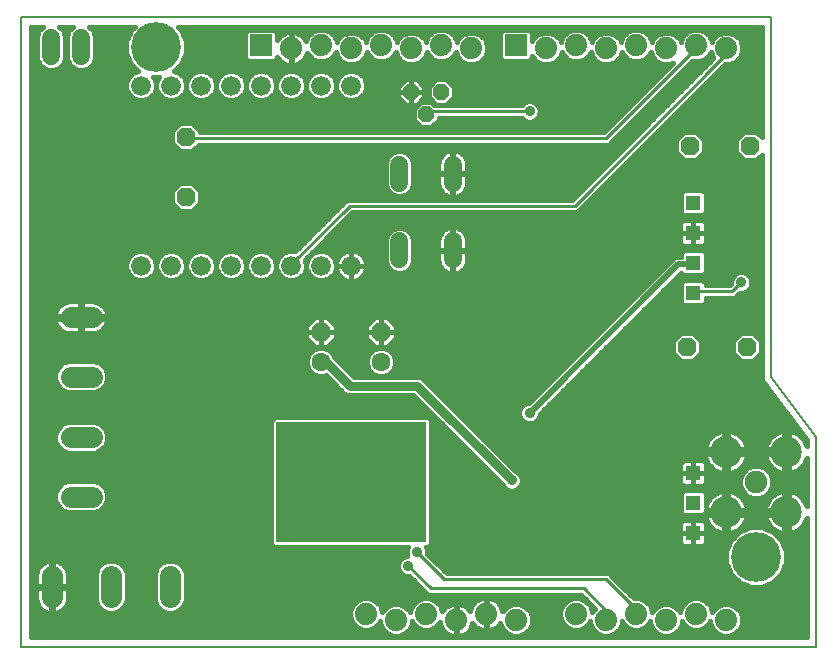
<source format=gbl>
G75*
G70*
%OFA0B0*%
%FSLAX24Y24*%
%IPPOS*%
%LPD*%
%AMOC8*
5,1,8,0,0,1.08239X$1,22.5*
%
%ADD10C,0.0080*%
%ADD11R,0.5000X0.4000*%
%ADD12R,0.0515X0.0515*%
%ADD13OC8,0.0630*%
%ADD14C,0.0630*%
%ADD15OC8,0.0520*%
%ADD16C,0.0600*%
%ADD17C,0.0740*%
%ADD18R,0.0740X0.0740*%
%ADD19C,0.0750*%
%ADD20C,0.1050*%
%ADD21C,0.0705*%
%ADD22C,0.0660*%
%ADD23C,0.0160*%
%ADD24C,0.0360*%
%ADD25C,0.0200*%
%ADD26C,0.0300*%
%ADD27C,0.0100*%
%ADD28C,0.1660*%
%ADD29R,0.0396X0.0396*%
D10*
X002503Y000180D02*
X029003Y000180D01*
X029003Y007180D01*
X027503Y009180D01*
X027503Y021180D01*
X002503Y021180D01*
X002503Y000180D01*
D11*
X013503Y005680D03*
D12*
X024903Y005980D03*
X024903Y004980D03*
X024903Y003980D03*
X024903Y011980D03*
X024903Y012980D03*
X024903Y013980D03*
X024903Y014980D03*
D13*
X024803Y016880D03*
X026803Y016880D03*
X026703Y010180D03*
X024703Y010180D03*
X014503Y010680D03*
X012503Y010680D03*
X008003Y015180D03*
X008003Y017180D03*
D14*
X012503Y009680D03*
X014503Y009680D03*
D15*
X016003Y017930D03*
X015503Y018680D03*
X016503Y018680D03*
D16*
X016893Y016260D02*
X016893Y015660D01*
X015113Y015660D02*
X015113Y016260D01*
X015113Y013700D02*
X015113Y013100D01*
X016893Y013100D02*
X016893Y013700D01*
X004503Y019880D02*
X004503Y020480D01*
X003503Y020480D02*
X003503Y019880D01*
D17*
X011503Y020130D03*
X012503Y020230D03*
X013503Y020130D03*
X014503Y020230D03*
X015503Y020130D03*
X016503Y020230D03*
X017503Y020130D03*
X020003Y020130D03*
X021003Y020230D03*
X022003Y020130D03*
X023003Y020230D03*
X024003Y020130D03*
X025003Y020230D03*
X026003Y020130D03*
X025003Y001280D03*
X024003Y001080D03*
X023003Y001280D03*
X022003Y001080D03*
X021003Y001280D03*
X019003Y001080D03*
X018003Y001280D03*
X017003Y001080D03*
X016003Y001280D03*
X015003Y001080D03*
X014003Y001280D03*
X026003Y001080D03*
D18*
X019003Y020230D03*
X010503Y020230D03*
D19*
X027003Y005680D03*
D20*
X025999Y004676D03*
X028007Y004676D03*
X028007Y006684D03*
X025999Y006684D03*
D21*
X007472Y002540D02*
X007472Y001835D01*
X005503Y001835D02*
X005503Y002540D01*
X003535Y002540D02*
X003535Y001835D01*
X004151Y005196D02*
X004856Y005196D01*
X004856Y007164D02*
X004151Y007164D01*
X004151Y009196D02*
X004856Y009196D01*
X004856Y011164D02*
X004151Y011164D01*
D22*
X006503Y012893D03*
X007503Y012893D03*
X008503Y012893D03*
X009503Y012893D03*
X010503Y012893D03*
X011503Y012893D03*
X012503Y012893D03*
X013503Y012893D03*
X013503Y018893D03*
X012503Y018893D03*
X011503Y018893D03*
X010503Y018893D03*
X009503Y018893D03*
X008503Y018893D03*
X007503Y018893D03*
X006503Y018893D03*
D23*
X006013Y018883D02*
X002823Y018883D01*
X002823Y018725D02*
X006043Y018725D01*
X006013Y018795D02*
X006088Y018615D01*
X006226Y018477D01*
X006406Y018403D01*
X006601Y018403D01*
X006781Y018477D01*
X006919Y018615D01*
X006993Y018795D01*
X006993Y018990D01*
X006919Y019170D01*
X006899Y019190D01*
X007108Y019190D01*
X007088Y019170D01*
X007013Y018990D01*
X007013Y018795D01*
X007088Y018615D01*
X007226Y018477D01*
X007406Y018403D01*
X007601Y018403D01*
X007781Y018477D01*
X007919Y018615D01*
X007993Y018795D01*
X007993Y018990D01*
X007919Y019170D01*
X007781Y019308D01*
X007604Y019381D01*
X007842Y019619D01*
X007993Y019983D01*
X007993Y020377D01*
X007842Y020741D01*
X007723Y020860D01*
X027183Y020860D01*
X027183Y017172D01*
X027000Y017355D01*
X026607Y017355D01*
X026328Y017077D01*
X026328Y016683D01*
X026607Y016405D01*
X027000Y016405D01*
X027183Y016588D01*
X027183Y009203D01*
X027177Y009162D01*
X027183Y009140D01*
X027183Y009116D01*
X027199Y009079D01*
X027209Y009039D01*
X027223Y009020D01*
X027232Y008999D01*
X027261Y008970D01*
X028683Y007073D01*
X028683Y006885D01*
X028676Y006911D01*
X028641Y006996D01*
X028595Y007076D01*
X028538Y007150D01*
X028473Y007215D01*
X028400Y007271D01*
X028320Y007318D01*
X028234Y007353D01*
X028145Y007377D01*
X028087Y007384D01*
X028087Y006764D01*
X027927Y006764D01*
X027927Y006604D01*
X027307Y006604D01*
X027314Y006546D01*
X027338Y006457D01*
X027374Y006371D01*
X027420Y006291D01*
X027476Y006218D01*
X027541Y006153D01*
X027615Y006096D01*
X027695Y006050D01*
X027780Y006015D01*
X027869Y005991D01*
X027927Y005983D01*
X027927Y006604D01*
X028087Y006604D01*
X028087Y005983D01*
X028145Y005991D01*
X028234Y006015D01*
X028320Y006050D01*
X028400Y006096D01*
X028473Y006153D01*
X028538Y006218D01*
X028595Y006291D01*
X028641Y006371D01*
X028676Y006457D01*
X028683Y006483D01*
X028683Y004877D01*
X028676Y004903D01*
X028641Y004989D01*
X028595Y005069D01*
X028538Y005142D01*
X028473Y005207D01*
X028400Y005264D01*
X028320Y005310D01*
X028234Y005345D01*
X028145Y005369D01*
X028087Y005377D01*
X028087Y004756D01*
X027927Y004756D01*
X027927Y004596D01*
X027307Y004596D01*
X027314Y004538D01*
X027338Y004449D01*
X027374Y004364D01*
X027420Y004284D01*
X027476Y004210D01*
X027541Y004145D01*
X027615Y004089D01*
X027695Y004042D01*
X027780Y004007D01*
X027869Y003983D01*
X027927Y003976D01*
X027927Y004596D01*
X028087Y004596D01*
X028087Y003976D01*
X028145Y003983D01*
X028234Y004007D01*
X028320Y004042D01*
X028400Y004089D01*
X028473Y004145D01*
X028538Y004210D01*
X028595Y004284D01*
X028641Y004364D01*
X028676Y004449D01*
X028683Y004475D01*
X028683Y000500D01*
X002823Y000500D01*
X002823Y020860D01*
X003233Y020860D01*
X003113Y020741D01*
X003043Y020571D01*
X003043Y019788D01*
X003113Y019619D01*
X003243Y019490D01*
X003412Y019420D01*
X003595Y019420D01*
X003764Y019490D01*
X003893Y019619D01*
X003963Y019788D01*
X003963Y020571D01*
X003893Y020741D01*
X003774Y020860D01*
X004233Y020860D01*
X004113Y020741D01*
X004043Y020571D01*
X004043Y019788D01*
X004113Y019619D01*
X004243Y019490D01*
X004412Y019420D01*
X004595Y019420D01*
X004764Y019490D01*
X004893Y019619D01*
X004963Y019788D01*
X004963Y020571D01*
X004893Y020741D01*
X004774Y020860D01*
X006283Y020860D01*
X006164Y020741D01*
X006013Y020377D01*
X006013Y019983D01*
X006164Y019619D01*
X006402Y019381D01*
X006226Y019308D01*
X006088Y019170D01*
X006013Y018990D01*
X006013Y018795D01*
X006137Y018566D02*
X002823Y018566D01*
X002823Y018408D02*
X006394Y018408D01*
X006613Y018408D02*
X007394Y018408D01*
X007613Y018408D02*
X008394Y018408D01*
X008406Y018403D02*
X008601Y018403D01*
X008781Y018477D01*
X008919Y018615D01*
X008993Y018795D01*
X008993Y018990D01*
X008919Y019170D01*
X008781Y019308D01*
X008601Y019383D01*
X008406Y019383D01*
X008226Y019308D01*
X008088Y019170D01*
X008013Y018990D01*
X008013Y018795D01*
X008088Y018615D01*
X008226Y018477D01*
X008406Y018403D01*
X008613Y018408D02*
X009394Y018408D01*
X009406Y018403D02*
X009601Y018403D01*
X009781Y018477D01*
X009919Y018615D01*
X009993Y018795D01*
X009993Y018990D01*
X009919Y019170D01*
X009781Y019308D01*
X009601Y019383D01*
X009406Y019383D01*
X009226Y019308D01*
X009088Y019170D01*
X009013Y018990D01*
X009013Y018795D01*
X009088Y018615D01*
X009226Y018477D01*
X009406Y018403D01*
X009613Y018408D02*
X010394Y018408D01*
X010406Y018403D02*
X010601Y018403D01*
X010781Y018477D01*
X010919Y018615D01*
X010993Y018795D01*
X010993Y018990D01*
X010919Y019170D01*
X010781Y019308D01*
X010601Y019383D01*
X010406Y019383D01*
X010226Y019308D01*
X010088Y019170D01*
X010013Y018990D01*
X010013Y018795D01*
X010088Y018615D01*
X010226Y018477D01*
X010406Y018403D01*
X010613Y018408D02*
X011394Y018408D01*
X011406Y018403D02*
X011601Y018403D01*
X011781Y018477D01*
X011919Y018615D01*
X011993Y018795D01*
X011993Y018990D01*
X011919Y019170D01*
X011781Y019308D01*
X011601Y019383D01*
X011406Y019383D01*
X011226Y019308D01*
X011088Y019170D01*
X011013Y018990D01*
X011013Y018795D01*
X011088Y018615D01*
X011226Y018477D01*
X011406Y018403D01*
X011613Y018408D02*
X012394Y018408D01*
X012406Y018403D02*
X012226Y018477D01*
X012088Y018615D01*
X012013Y018795D01*
X012013Y018990D01*
X012088Y019170D01*
X012226Y019308D01*
X012406Y019383D01*
X012601Y019383D01*
X012781Y019308D01*
X012919Y019170D01*
X012993Y018990D01*
X012993Y018795D01*
X012919Y018615D01*
X012781Y018477D01*
X012601Y018403D01*
X012406Y018403D01*
X012613Y018408D02*
X013394Y018408D01*
X013406Y018403D02*
X013601Y018403D01*
X013781Y018477D01*
X013919Y018615D01*
X013993Y018795D01*
X013993Y018990D01*
X013919Y019170D01*
X013781Y019308D01*
X013601Y019383D01*
X013406Y019383D01*
X013226Y019308D01*
X013088Y019170D01*
X013013Y018990D01*
X013013Y018795D01*
X013088Y018615D01*
X013226Y018477D01*
X013406Y018403D01*
X013613Y018408D02*
X015153Y018408D01*
X015063Y018498D02*
X015321Y018240D01*
X015503Y018240D01*
X015503Y018680D01*
X015063Y018680D01*
X015503Y018680D01*
X015503Y018680D01*
X015503Y018680D01*
X015503Y019120D01*
X015321Y019120D01*
X015063Y018862D01*
X015063Y018680D01*
X015063Y018498D01*
X015063Y018566D02*
X013870Y018566D01*
X013964Y018725D02*
X015063Y018725D01*
X015084Y018883D02*
X013993Y018883D01*
X013972Y019042D02*
X015243Y019042D01*
X015503Y019042D02*
X015503Y019042D01*
X015503Y019120D02*
X015686Y019120D01*
X015943Y018862D01*
X015943Y018680D01*
X015503Y018680D01*
X015503Y018680D01*
X015503Y018240D01*
X015686Y018240D01*
X015943Y018498D01*
X015943Y018680D01*
X015503Y018680D01*
X015503Y019120D01*
X015503Y018883D02*
X015503Y018883D01*
X015503Y018725D02*
X015503Y018725D01*
X015503Y018680D02*
X015503Y018680D01*
X015503Y018566D02*
X015503Y018566D01*
X015503Y018408D02*
X015503Y018408D01*
X015503Y018249D02*
X015503Y018249D01*
X015583Y018104D02*
X015583Y017756D01*
X015829Y017510D01*
X016177Y017510D01*
X016423Y017756D01*
X016423Y017820D01*
X019182Y017820D01*
X019261Y017742D01*
X019386Y017690D01*
X019521Y017690D01*
X019646Y017742D01*
X019742Y017837D01*
X019793Y017962D01*
X019793Y018098D01*
X019742Y018223D01*
X019646Y018318D01*
X019521Y018370D01*
X019386Y018370D01*
X019261Y018318D01*
X019182Y018240D01*
X016287Y018240D01*
X016177Y018350D01*
X015829Y018350D01*
X015583Y018104D01*
X015583Y018091D02*
X002823Y018091D01*
X002823Y018249D02*
X015312Y018249D01*
X015695Y018249D02*
X015728Y018249D01*
X015853Y018408D02*
X016182Y018408D01*
X016083Y018506D02*
X016329Y018260D01*
X016677Y018260D01*
X016923Y018506D01*
X016923Y018854D01*
X016677Y019100D01*
X016329Y019100D01*
X016083Y018854D01*
X016083Y018506D01*
X016083Y018566D02*
X015943Y018566D01*
X015943Y018725D02*
X016083Y018725D01*
X016112Y018883D02*
X015922Y018883D01*
X015764Y019042D02*
X016271Y019042D01*
X016736Y019042D02*
X023618Y019042D01*
X023776Y019200D02*
X013889Y019200D01*
X013659Y019359D02*
X023935Y019359D01*
X024093Y019517D02*
X007740Y019517D01*
X007659Y019359D02*
X008348Y019359D01*
X008118Y019200D02*
X007889Y019200D01*
X007972Y019042D02*
X008035Y019042D01*
X008013Y018883D02*
X007993Y018883D01*
X007964Y018725D02*
X008043Y018725D01*
X008137Y018566D02*
X007870Y018566D01*
X007137Y018566D02*
X006870Y018566D01*
X006964Y018725D02*
X007043Y018725D01*
X007013Y018883D02*
X006993Y018883D01*
X006972Y019042D02*
X007035Y019042D01*
X006348Y019359D02*
X002823Y019359D01*
X002823Y019517D02*
X003216Y019517D01*
X003090Y019676D02*
X002823Y019676D01*
X002823Y019834D02*
X003043Y019834D01*
X003043Y019993D02*
X002823Y019993D01*
X002823Y020151D02*
X003043Y020151D01*
X003043Y020310D02*
X002823Y020310D01*
X002823Y020468D02*
X003043Y020468D01*
X003066Y020627D02*
X002823Y020627D01*
X002823Y020785D02*
X003158Y020785D01*
X003849Y020785D02*
X004158Y020785D01*
X004066Y020627D02*
X003940Y020627D01*
X003963Y020468D02*
X004043Y020468D01*
X004043Y020310D02*
X003963Y020310D01*
X003963Y020151D02*
X004043Y020151D01*
X004043Y019993D02*
X003963Y019993D01*
X003963Y019834D02*
X004043Y019834D01*
X004090Y019676D02*
X003916Y019676D01*
X003791Y019517D02*
X004216Y019517D01*
X004791Y019517D02*
X006266Y019517D01*
X006141Y019676D02*
X004916Y019676D01*
X004963Y019834D02*
X006075Y019834D01*
X006013Y019993D02*
X004963Y019993D01*
X004963Y020151D02*
X006013Y020151D01*
X006013Y020310D02*
X004963Y020310D01*
X004963Y020468D02*
X006051Y020468D01*
X006117Y020627D02*
X004940Y020627D01*
X004849Y020785D02*
X006208Y020785D01*
X007798Y020785D02*
X027183Y020785D01*
X027183Y020627D02*
X026189Y020627D01*
X026109Y020660D02*
X026303Y020579D01*
X026453Y020430D01*
X026533Y020235D01*
X026533Y020025D01*
X026453Y019830D01*
X026303Y019681D01*
X026109Y019600D01*
X025970Y019600D01*
X021040Y014670D01*
X013540Y014670D01*
X011954Y013084D01*
X011993Y012990D01*
X011993Y012795D01*
X011919Y012615D01*
X011781Y012477D01*
X011601Y012403D01*
X011406Y012403D01*
X011226Y012477D01*
X011088Y012615D01*
X011013Y012795D01*
X011013Y012990D01*
X011088Y013170D01*
X011226Y013308D01*
X011406Y013383D01*
X011601Y013383D01*
X011642Y013366D01*
X013243Y014967D01*
X013366Y015090D01*
X020866Y015090D01*
X025580Y019804D01*
X025554Y019830D01*
X025483Y020002D01*
X025453Y019930D01*
X025303Y019781D01*
X025109Y019700D01*
X024898Y019700D01*
X024878Y019708D01*
X022213Y017043D01*
X022090Y016920D01*
X008415Y016920D01*
X008200Y016705D01*
X007807Y016705D01*
X007528Y016983D01*
X007528Y017377D01*
X007807Y017655D01*
X008200Y017655D01*
X008478Y017377D01*
X008478Y017340D01*
X021916Y017340D01*
X024224Y019648D01*
X024109Y019600D01*
X023898Y019600D01*
X023703Y019681D01*
X023554Y019830D01*
X023483Y020002D01*
X023453Y019930D01*
X023303Y019781D01*
X023109Y019700D01*
X022898Y019700D01*
X022703Y019781D01*
X022554Y019930D01*
X022524Y020002D01*
X022453Y019830D01*
X022303Y019681D01*
X022109Y019600D01*
X021898Y019600D01*
X021703Y019681D01*
X021554Y019830D01*
X021483Y020002D01*
X021453Y019930D01*
X021303Y019781D01*
X021109Y019700D01*
X020898Y019700D01*
X020703Y019781D01*
X020554Y019930D01*
X020524Y020002D01*
X020453Y019830D01*
X020303Y019681D01*
X020109Y019600D01*
X019898Y019600D01*
X019703Y019681D01*
X019554Y019830D01*
X019533Y019880D01*
X019533Y019794D01*
X019440Y019700D01*
X018567Y019700D01*
X018473Y019794D01*
X018473Y020666D01*
X018567Y020760D01*
X019440Y020760D01*
X019533Y020666D01*
X019533Y020380D01*
X019554Y020430D01*
X019703Y020579D01*
X019898Y020660D01*
X020109Y020660D01*
X020303Y020579D01*
X020453Y020430D01*
X020483Y020358D01*
X020554Y020530D01*
X020703Y020679D01*
X020898Y020760D01*
X021109Y020760D01*
X021303Y020679D01*
X021453Y020530D01*
X021524Y020358D01*
X021554Y020430D01*
X021703Y020579D01*
X021898Y020660D01*
X022109Y020660D01*
X022303Y020579D01*
X022453Y020430D01*
X022483Y020358D01*
X022554Y020530D01*
X022703Y020679D01*
X022898Y020760D01*
X023109Y020760D01*
X023303Y020679D01*
X023453Y020530D01*
X023524Y020358D01*
X023554Y020430D01*
X023703Y020579D01*
X023898Y020660D01*
X024109Y020660D01*
X024303Y020579D01*
X024453Y020430D01*
X024483Y020358D01*
X024554Y020530D01*
X024703Y020679D01*
X024898Y020760D01*
X025109Y020760D01*
X025303Y020679D01*
X025453Y020530D01*
X025524Y020358D01*
X025554Y020430D01*
X025703Y020579D01*
X025898Y020660D01*
X026109Y020660D01*
X025817Y020627D02*
X025356Y020627D01*
X025478Y020468D02*
X025592Y020468D01*
X025487Y019993D02*
X025479Y019993D01*
X025552Y019834D02*
X025357Y019834D01*
X025452Y019676D02*
X024846Y019676D01*
X024687Y019517D02*
X025293Y019517D01*
X025135Y019359D02*
X024529Y019359D01*
X024370Y019200D02*
X024976Y019200D01*
X024818Y019042D02*
X024212Y019042D01*
X024053Y018883D02*
X024659Y018883D01*
X024501Y018725D02*
X023895Y018725D01*
X023736Y018566D02*
X024342Y018566D01*
X024184Y018408D02*
X023578Y018408D01*
X023419Y018249D02*
X024025Y018249D01*
X023867Y018091D02*
X023261Y018091D01*
X023102Y017932D02*
X023708Y017932D01*
X023550Y017774D02*
X022944Y017774D01*
X022785Y017615D02*
X023391Y017615D01*
X023233Y017457D02*
X022627Y017457D01*
X022468Y017298D02*
X023074Y017298D01*
X022916Y017140D02*
X022310Y017140D01*
X022151Y016981D02*
X022757Y016981D01*
X022599Y016823D02*
X008318Y016823D01*
X007689Y016823D02*
X002823Y016823D01*
X002823Y016981D02*
X007530Y016981D01*
X007528Y017140D02*
X002823Y017140D01*
X002823Y017298D02*
X007528Y017298D01*
X007608Y017457D02*
X002823Y017457D01*
X002823Y017615D02*
X007767Y017615D01*
X008240Y017615D02*
X015724Y017615D01*
X015583Y017774D02*
X002823Y017774D01*
X002823Y017932D02*
X015583Y017932D01*
X016278Y018249D02*
X019191Y018249D01*
X019229Y017774D02*
X016423Y017774D01*
X016282Y017615D02*
X022191Y017615D01*
X022033Y017457D02*
X008398Y017457D01*
X008870Y018566D02*
X009137Y018566D01*
X009043Y018725D02*
X008964Y018725D01*
X008993Y018883D02*
X009013Y018883D01*
X009035Y019042D02*
X008972Y019042D01*
X008889Y019200D02*
X009118Y019200D01*
X009348Y019359D02*
X008659Y019359D01*
X007931Y019834D02*
X009973Y019834D01*
X009973Y019794D02*
X010067Y019700D01*
X010940Y019700D01*
X011033Y019794D01*
X011033Y019841D01*
X011084Y019772D01*
X011145Y019710D01*
X011215Y019660D01*
X011292Y019620D01*
X011374Y019594D01*
X011460Y019580D01*
X011483Y019580D01*
X011483Y020110D01*
X011523Y020110D01*
X011523Y019580D01*
X011547Y019580D01*
X011632Y019594D01*
X011714Y019620D01*
X011792Y019660D01*
X011862Y019710D01*
X011923Y019772D01*
X011974Y019842D01*
X012013Y019919D01*
X012033Y019980D01*
X012054Y019930D01*
X012203Y019781D01*
X012398Y019700D01*
X012609Y019700D01*
X012803Y019781D01*
X012953Y019930D01*
X012983Y020002D01*
X013054Y019830D01*
X013203Y019681D01*
X013398Y019600D01*
X013609Y019600D01*
X013803Y019681D01*
X013953Y019830D01*
X014024Y020002D01*
X014054Y019930D01*
X014203Y019781D01*
X014398Y019700D01*
X014609Y019700D01*
X014803Y019781D01*
X014953Y019930D01*
X014983Y020002D01*
X015054Y019830D01*
X015203Y019681D01*
X015398Y019600D01*
X015609Y019600D01*
X015803Y019681D01*
X015953Y019830D01*
X016024Y020002D01*
X016054Y019930D01*
X016203Y019781D01*
X016398Y019700D01*
X016609Y019700D01*
X016803Y019781D01*
X016953Y019930D01*
X016983Y020002D01*
X017054Y019830D01*
X017203Y019681D01*
X017398Y019600D01*
X017609Y019600D01*
X017803Y019681D01*
X017953Y019830D01*
X018033Y020025D01*
X018033Y020235D01*
X017953Y020430D01*
X017803Y020579D01*
X017609Y020660D01*
X017398Y020660D01*
X017203Y020579D01*
X017054Y020430D01*
X017024Y020358D01*
X016953Y020530D01*
X016803Y020679D01*
X016609Y020760D01*
X016398Y020760D01*
X016203Y020679D01*
X016054Y020530D01*
X015983Y020358D01*
X015953Y020430D01*
X015803Y020579D01*
X015609Y020660D01*
X015398Y020660D01*
X015203Y020579D01*
X015054Y020430D01*
X015024Y020358D01*
X014953Y020530D01*
X014803Y020679D01*
X014609Y020760D01*
X014398Y020760D01*
X014203Y020679D01*
X014054Y020530D01*
X013983Y020358D01*
X013953Y020430D01*
X013803Y020579D01*
X013609Y020660D01*
X013398Y020660D01*
X013203Y020579D01*
X013054Y020430D01*
X013024Y020358D01*
X012953Y020530D01*
X012803Y020679D01*
X012609Y020760D01*
X012398Y020760D01*
X012203Y020679D01*
X012054Y020530D01*
X011992Y020382D01*
X011974Y020418D01*
X011923Y020488D01*
X011862Y020550D01*
X011792Y020600D01*
X011714Y020640D01*
X011632Y020666D01*
X011547Y020680D01*
X011523Y020680D01*
X011523Y020150D01*
X011483Y020150D01*
X011483Y020680D01*
X011460Y020680D01*
X011374Y020666D01*
X011292Y020640D01*
X011215Y020600D01*
X011145Y020550D01*
X011084Y020488D01*
X011033Y020419D01*
X011033Y020666D01*
X010940Y020760D01*
X010067Y020760D01*
X009973Y020666D01*
X009973Y019794D01*
X009973Y019993D02*
X007993Y019993D01*
X007993Y020151D02*
X009973Y020151D01*
X009973Y020310D02*
X007993Y020310D01*
X007955Y020468D02*
X009973Y020468D01*
X009973Y020627D02*
X007890Y020627D01*
X007866Y019676D02*
X011193Y019676D01*
X011038Y019834D02*
X011033Y019834D01*
X011483Y019834D02*
X011523Y019834D01*
X011523Y019676D02*
X011483Y019676D01*
X011483Y019993D02*
X011523Y019993D01*
X011523Y020151D02*
X011483Y020151D01*
X011483Y020310D02*
X011523Y020310D01*
X011523Y020468D02*
X011483Y020468D01*
X011483Y020627D02*
X011523Y020627D01*
X011740Y020627D02*
X012150Y020627D01*
X012028Y020468D02*
X011938Y020468D01*
X011266Y020627D02*
X011033Y020627D01*
X011033Y020468D02*
X011069Y020468D01*
X011813Y019676D02*
X013216Y019676D01*
X013052Y019834D02*
X012857Y019834D01*
X012979Y019993D02*
X012987Y019993D01*
X012978Y020468D02*
X013092Y020468D01*
X013317Y020627D02*
X012856Y020627D01*
X013689Y020627D02*
X014150Y020627D01*
X014028Y020468D02*
X013915Y020468D01*
X014020Y019993D02*
X014028Y019993D01*
X013954Y019834D02*
X014150Y019834D01*
X013791Y019676D02*
X015216Y019676D01*
X015052Y019834D02*
X014857Y019834D01*
X014979Y019993D02*
X014987Y019993D01*
X014978Y020468D02*
X015092Y020468D01*
X015317Y020627D02*
X014856Y020627D01*
X015689Y020627D02*
X016150Y020627D01*
X016028Y020468D02*
X015915Y020468D01*
X016020Y019993D02*
X016028Y019993D01*
X015954Y019834D02*
X016150Y019834D01*
X015791Y019676D02*
X017216Y019676D01*
X017052Y019834D02*
X016857Y019834D01*
X016979Y019993D02*
X016987Y019993D01*
X016978Y020468D02*
X017092Y020468D01*
X017317Y020627D02*
X016856Y020627D01*
X017689Y020627D02*
X018473Y020627D01*
X018473Y020468D02*
X017915Y020468D01*
X018003Y020310D02*
X018473Y020310D01*
X018473Y020151D02*
X018033Y020151D01*
X018020Y019993D02*
X018473Y019993D01*
X018473Y019834D02*
X017954Y019834D01*
X017791Y019676D02*
X019716Y019676D01*
X019552Y019834D02*
X019533Y019834D01*
X020291Y019676D02*
X021716Y019676D01*
X021552Y019834D02*
X021357Y019834D01*
X021479Y019993D02*
X021487Y019993D01*
X021478Y020468D02*
X021592Y020468D01*
X021817Y020627D02*
X021356Y020627D01*
X020650Y020627D02*
X020189Y020627D01*
X020415Y020468D02*
X020528Y020468D01*
X020520Y019993D02*
X020528Y019993D01*
X020454Y019834D02*
X020650Y019834D01*
X019592Y020468D02*
X019533Y020468D01*
X019533Y020627D02*
X019817Y020627D01*
X022189Y020627D02*
X022650Y020627D01*
X022528Y020468D02*
X022415Y020468D01*
X022520Y019993D02*
X022528Y019993D01*
X022454Y019834D02*
X022650Y019834D01*
X022291Y019676D02*
X023716Y019676D01*
X023552Y019834D02*
X023357Y019834D01*
X023479Y019993D02*
X023487Y019993D01*
X023478Y020468D02*
X023592Y020468D01*
X023817Y020627D02*
X023356Y020627D01*
X024189Y020627D02*
X024650Y020627D01*
X024528Y020468D02*
X024415Y020468D01*
X025729Y019359D02*
X027183Y019359D01*
X027183Y019517D02*
X025887Y019517D01*
X026291Y019676D02*
X027183Y019676D01*
X027183Y019834D02*
X026454Y019834D01*
X026520Y019993D02*
X027183Y019993D01*
X027183Y020151D02*
X026533Y020151D01*
X026503Y020310D02*
X027183Y020310D01*
X027183Y020468D02*
X026415Y020468D01*
X027183Y019200D02*
X025570Y019200D01*
X025412Y019042D02*
X027183Y019042D01*
X027183Y018883D02*
X025253Y018883D01*
X025095Y018725D02*
X027183Y018725D01*
X027183Y018566D02*
X024936Y018566D01*
X024778Y018408D02*
X027183Y018408D01*
X027183Y018249D02*
X024619Y018249D01*
X024461Y018091D02*
X027183Y018091D01*
X027183Y017932D02*
X024302Y017932D01*
X024144Y017774D02*
X027183Y017774D01*
X027183Y017615D02*
X023985Y017615D01*
X023827Y017457D02*
X027183Y017457D01*
X027183Y017298D02*
X027057Y017298D01*
X026550Y017298D02*
X025057Y017298D01*
X025000Y017355D02*
X024607Y017355D01*
X024328Y017077D01*
X024328Y016683D01*
X024607Y016405D01*
X025000Y016405D01*
X025278Y016683D01*
X025278Y017077D01*
X025000Y017355D01*
X025215Y017140D02*
X026391Y017140D01*
X026328Y016981D02*
X025278Y016981D01*
X025278Y016823D02*
X026328Y016823D01*
X026347Y016664D02*
X025259Y016664D01*
X025101Y016506D02*
X026506Y016506D01*
X027101Y016506D02*
X027183Y016506D01*
X027183Y016347D02*
X022717Y016347D01*
X022559Y016189D02*
X027183Y016189D01*
X027183Y016030D02*
X022400Y016030D01*
X022242Y015872D02*
X027183Y015872D01*
X027183Y015713D02*
X022083Y015713D01*
X021925Y015555D02*
X027183Y015555D01*
X027183Y015396D02*
X025228Y015396D01*
X025227Y015397D02*
X025321Y015304D01*
X025321Y014656D01*
X025227Y014563D01*
X024580Y014563D01*
X024486Y014656D01*
X024486Y015304D01*
X024580Y015397D01*
X025227Y015397D01*
X025321Y015238D02*
X027183Y015238D01*
X027183Y015079D02*
X025321Y015079D01*
X025321Y014921D02*
X027183Y014921D01*
X027183Y014762D02*
X025321Y014762D01*
X025268Y014604D02*
X027183Y014604D01*
X027183Y014445D02*
X013315Y014445D01*
X013157Y014287D02*
X024473Y014287D01*
X024478Y014307D02*
X024466Y014261D01*
X024466Y013980D01*
X024466Y013699D01*
X024478Y013653D01*
X024502Y013612D01*
X024535Y013578D01*
X024576Y013555D01*
X024622Y013543D01*
X024903Y013543D01*
X024903Y013980D01*
X024466Y013980D01*
X024903Y013980D01*
X024903Y013980D01*
X024903Y014417D01*
X024622Y014417D01*
X024576Y014405D01*
X024535Y014382D01*
X024502Y014348D01*
X024478Y014307D01*
X024466Y014128D02*
X017111Y014128D01*
X017078Y014145D02*
X017006Y014168D01*
X016931Y014180D01*
X016913Y014180D01*
X016913Y013420D01*
X016873Y013420D01*
X016873Y013380D01*
X016413Y013380D01*
X016413Y013062D01*
X016425Y012988D01*
X016448Y012916D01*
X016483Y012848D01*
X016527Y012787D01*
X016581Y012734D01*
X016642Y012689D01*
X016709Y012655D01*
X016781Y012632D01*
X016855Y012620D01*
X016873Y012620D01*
X016873Y013380D01*
X016913Y013380D01*
X016913Y012620D01*
X016931Y012620D01*
X017006Y012632D01*
X017078Y012655D01*
X017145Y012689D01*
X017206Y012734D01*
X017259Y012787D01*
X017304Y012848D01*
X017338Y012916D01*
X017361Y012988D01*
X017373Y013062D01*
X017373Y013380D01*
X016913Y013380D01*
X016913Y013420D01*
X017373Y013420D01*
X017373Y013738D01*
X017361Y013812D01*
X017338Y013884D01*
X017304Y013952D01*
X017259Y014013D01*
X017206Y014066D01*
X017145Y014111D01*
X017078Y014145D01*
X016913Y014128D02*
X016873Y014128D01*
X016873Y014180D02*
X016855Y014180D01*
X016781Y014168D01*
X016709Y014145D01*
X016642Y014111D01*
X016581Y014066D01*
X016527Y014013D01*
X016483Y013952D01*
X016448Y013884D01*
X016425Y013812D01*
X016413Y013738D01*
X016413Y013420D01*
X016873Y013420D01*
X016873Y014180D01*
X016676Y014128D02*
X015282Y014128D01*
X015205Y014160D02*
X015022Y014160D01*
X014853Y014090D01*
X014723Y013961D01*
X014653Y013791D01*
X014653Y013008D01*
X014723Y012839D01*
X014853Y012710D01*
X015022Y012640D01*
X015205Y012640D01*
X015374Y012710D01*
X015503Y012839D01*
X015573Y013008D01*
X015573Y013791D01*
X015503Y013961D01*
X015374Y014090D01*
X015205Y014160D01*
X014945Y014128D02*
X012998Y014128D01*
X012840Y013970D02*
X014732Y013970D01*
X014661Y013811D02*
X012681Y013811D01*
X012523Y013653D02*
X014653Y013653D01*
X014653Y013494D02*
X012364Y013494D01*
X012406Y013383D02*
X012226Y013308D01*
X012088Y013170D01*
X012013Y012990D01*
X012013Y012795D01*
X012088Y012615D01*
X012226Y012477D01*
X012406Y012403D01*
X012601Y012403D01*
X012781Y012477D01*
X012919Y012615D01*
X012993Y012795D01*
X012993Y012990D01*
X012919Y013170D01*
X012781Y013308D01*
X012601Y013383D01*
X012406Y013383D01*
X012292Y013336D02*
X012206Y013336D01*
X012095Y013177D02*
X012047Y013177D01*
X012025Y013019D02*
X011981Y013019D01*
X011993Y012860D02*
X012013Y012860D01*
X012052Y012702D02*
X011954Y012702D01*
X011847Y012543D02*
X012160Y012543D01*
X012847Y012543D02*
X013132Y012543D01*
X013114Y012560D02*
X013171Y012504D01*
X013236Y012456D01*
X013308Y012420D01*
X013384Y012395D01*
X013463Y012383D01*
X013503Y012383D01*
X013503Y012893D01*
X013503Y013403D01*
X013463Y013403D01*
X013384Y013390D01*
X013308Y013365D01*
X013236Y013329D01*
X013171Y013282D01*
X013114Y013225D01*
X013067Y013160D01*
X013031Y013088D01*
X013006Y013012D01*
X012993Y012933D01*
X012993Y012893D01*
X013503Y012893D01*
X013503Y012893D01*
X013503Y012893D01*
X013503Y013403D01*
X013543Y013403D01*
X013623Y013390D01*
X013699Y013365D01*
X013771Y013329D01*
X013836Y013282D01*
X013892Y013225D01*
X013939Y013160D01*
X013976Y013088D01*
X014001Y013012D01*
X014013Y012933D01*
X014013Y012893D01*
X013503Y012893D01*
X012993Y012893D01*
X012993Y012852D01*
X013006Y012773D01*
X013031Y012697D01*
X013067Y012625D01*
X013114Y012560D01*
X013029Y012702D02*
X012954Y012702D01*
X012993Y012860D02*
X012993Y012860D01*
X012981Y013019D02*
X013008Y013019D01*
X013080Y013177D02*
X012912Y013177D01*
X012714Y013336D02*
X013249Y013336D01*
X013503Y013336D02*
X013503Y013336D01*
X013503Y013177D02*
X013503Y013177D01*
X013503Y013019D02*
X013503Y013019D01*
X013503Y012893D02*
X013503Y012893D01*
X013503Y012893D01*
X014013Y012893D01*
X014013Y012852D01*
X014001Y012773D01*
X013976Y012697D01*
X013939Y012625D01*
X013892Y012560D01*
X013836Y012504D01*
X013771Y012456D01*
X013699Y012420D01*
X013623Y012395D01*
X013543Y012383D01*
X013503Y012383D01*
X013503Y012893D01*
X013503Y012860D02*
X013503Y012860D01*
X013503Y012702D02*
X013503Y012702D01*
X013503Y012543D02*
X013503Y012543D01*
X013503Y012385D02*
X013503Y012385D01*
X013451Y012385D02*
X002823Y012385D01*
X002823Y012543D02*
X006160Y012543D01*
X006226Y012477D02*
X006088Y012615D01*
X006013Y012795D01*
X006013Y012990D01*
X006088Y013170D01*
X006226Y013308D01*
X006406Y013383D01*
X006601Y013383D01*
X006781Y013308D01*
X006919Y013170D01*
X006993Y012990D01*
X006993Y012795D01*
X006919Y012615D01*
X006781Y012477D01*
X006601Y012403D01*
X006406Y012403D01*
X006226Y012477D01*
X006052Y012702D02*
X002823Y012702D01*
X002823Y012860D02*
X006013Y012860D01*
X006025Y013019D02*
X002823Y013019D01*
X002823Y013177D02*
X006095Y013177D01*
X006292Y013336D02*
X002823Y013336D01*
X002823Y013494D02*
X011770Y013494D01*
X011929Y013653D02*
X002823Y013653D01*
X002823Y013811D02*
X012087Y013811D01*
X012246Y013970D02*
X002823Y013970D01*
X002823Y014128D02*
X012404Y014128D01*
X012563Y014287D02*
X002823Y014287D01*
X002823Y014445D02*
X012721Y014445D01*
X012880Y014604D02*
X002823Y014604D01*
X002823Y014762D02*
X007750Y014762D01*
X007807Y014705D02*
X007528Y014983D01*
X007528Y015377D01*
X007807Y015655D01*
X008200Y015655D01*
X008478Y015377D01*
X008478Y014983D01*
X008200Y014705D01*
X007807Y014705D01*
X007591Y014921D02*
X002823Y014921D01*
X002823Y015079D02*
X007528Y015079D01*
X007528Y015238D02*
X002823Y015238D01*
X002823Y015396D02*
X007548Y015396D01*
X007706Y015555D02*
X002823Y015555D01*
X002823Y015713D02*
X014653Y015713D01*
X014653Y015568D02*
X014723Y015399D01*
X014853Y015270D01*
X015022Y015200D01*
X015205Y015200D01*
X015374Y015270D01*
X015503Y015399D01*
X015573Y015568D01*
X015573Y016351D01*
X015503Y016521D01*
X015374Y016650D01*
X015205Y016720D01*
X015022Y016720D01*
X014853Y016650D01*
X014723Y016521D01*
X014653Y016351D01*
X014653Y015568D01*
X014659Y015555D02*
X008301Y015555D01*
X008459Y015396D02*
X014727Y015396D01*
X014931Y015238D02*
X008478Y015238D01*
X008478Y015079D02*
X013355Y015079D01*
X013197Y014921D02*
X008416Y014921D01*
X008257Y014762D02*
X013038Y014762D01*
X013474Y014604D02*
X024539Y014604D01*
X024486Y014762D02*
X021132Y014762D01*
X021291Y014921D02*
X024486Y014921D01*
X024486Y015079D02*
X021449Y015079D01*
X021608Y015238D02*
X024486Y015238D01*
X024578Y015396D02*
X021766Y015396D01*
X021489Y015713D02*
X017373Y015713D01*
X017373Y015622D02*
X017373Y015940D01*
X016913Y015940D01*
X016913Y015180D01*
X016931Y015180D01*
X017006Y015192D01*
X017078Y015215D01*
X017145Y015249D01*
X017206Y015294D01*
X017259Y015347D01*
X017304Y015408D01*
X017338Y015476D01*
X017361Y015548D01*
X017373Y015622D01*
X017363Y015555D02*
X021331Y015555D01*
X021172Y015396D02*
X017295Y015396D01*
X017121Y015238D02*
X021014Y015238D01*
X021648Y015872D02*
X017373Y015872D01*
X017373Y015980D02*
X017373Y016298D01*
X017361Y016372D01*
X017338Y016444D01*
X017304Y016512D01*
X017259Y016573D01*
X017206Y016626D01*
X017145Y016671D01*
X017078Y016705D01*
X017006Y016728D01*
X016931Y016740D01*
X016913Y016740D01*
X016913Y015980D01*
X016873Y015980D01*
X016873Y015940D01*
X016413Y015940D01*
X016413Y015622D01*
X016425Y015548D01*
X016448Y015476D01*
X016483Y015408D01*
X016527Y015347D01*
X016581Y015294D01*
X016642Y015249D01*
X016709Y015215D01*
X016781Y015192D01*
X016855Y015180D01*
X016873Y015180D01*
X016873Y015940D01*
X016913Y015940D01*
X016913Y015980D01*
X017373Y015980D01*
X017373Y016030D02*
X021806Y016030D01*
X021965Y016189D02*
X017373Y016189D01*
X017365Y016347D02*
X022123Y016347D01*
X022282Y016506D02*
X017307Y016506D01*
X017154Y016664D02*
X022440Y016664D01*
X022876Y016506D02*
X024506Y016506D01*
X024347Y016664D02*
X023034Y016664D01*
X023193Y016823D02*
X024328Y016823D01*
X024328Y016981D02*
X023351Y016981D01*
X023510Y017140D02*
X024391Y017140D01*
X024550Y017298D02*
X023668Y017298D01*
X022508Y017932D02*
X019781Y017932D01*
X019793Y018091D02*
X022667Y018091D01*
X022825Y018249D02*
X019715Y018249D01*
X019678Y017774D02*
X022350Y017774D01*
X022984Y018408D02*
X016825Y018408D01*
X016923Y018566D02*
X023142Y018566D01*
X023301Y018725D02*
X016923Y018725D01*
X016894Y018883D02*
X023459Y018883D01*
X016913Y016664D02*
X016873Y016664D01*
X016873Y016740D02*
X016855Y016740D01*
X016781Y016728D01*
X016709Y016705D01*
X016642Y016671D01*
X016581Y016626D01*
X016527Y016573D01*
X016483Y016512D01*
X016448Y016444D01*
X016425Y016372D01*
X016413Y016298D01*
X016413Y015980D01*
X016873Y015980D01*
X016873Y016740D01*
X016873Y016506D02*
X016913Y016506D01*
X016913Y016347D02*
X016873Y016347D01*
X016873Y016189D02*
X016913Y016189D01*
X016913Y016030D02*
X016873Y016030D01*
X016873Y015872D02*
X016913Y015872D01*
X016913Y015713D02*
X016873Y015713D01*
X016873Y015555D02*
X016913Y015555D01*
X016913Y015396D02*
X016873Y015396D01*
X016873Y015238D02*
X016913Y015238D01*
X016665Y015238D02*
X015295Y015238D01*
X015500Y015396D02*
X016492Y015396D01*
X016424Y015555D02*
X015567Y015555D01*
X015573Y015713D02*
X016413Y015713D01*
X016413Y015872D02*
X015573Y015872D01*
X015573Y016030D02*
X016413Y016030D01*
X016413Y016189D02*
X015573Y016189D01*
X015573Y016347D02*
X016421Y016347D01*
X016480Y016506D02*
X015509Y016506D01*
X015340Y016664D02*
X016633Y016664D01*
X014887Y016664D02*
X002823Y016664D01*
X002823Y016506D02*
X014717Y016506D01*
X014653Y016347D02*
X002823Y016347D01*
X002823Y016189D02*
X014653Y016189D01*
X014653Y016030D02*
X002823Y016030D01*
X002823Y015872D02*
X014653Y015872D01*
X015494Y013970D02*
X016496Y013970D01*
X016425Y013811D02*
X015565Y013811D01*
X015573Y013653D02*
X016413Y013653D01*
X016413Y013494D02*
X015573Y013494D01*
X015573Y013336D02*
X016413Y013336D01*
X016413Y013177D02*
X015573Y013177D01*
X015573Y013019D02*
X016420Y013019D01*
X016477Y012860D02*
X015512Y012860D01*
X015353Y012702D02*
X016625Y012702D01*
X016873Y012702D02*
X016913Y012702D01*
X016913Y012860D02*
X016873Y012860D01*
X016873Y013019D02*
X016913Y013019D01*
X016913Y013177D02*
X016873Y013177D01*
X016873Y013336D02*
X016913Y013336D01*
X016913Y013494D02*
X016873Y013494D01*
X016873Y013653D02*
X016913Y013653D01*
X016913Y013811D02*
X016873Y013811D01*
X016873Y013970D02*
X016913Y013970D01*
X017291Y013970D02*
X024466Y013970D01*
X024466Y013811D02*
X017362Y013811D01*
X017373Y013653D02*
X024478Y013653D01*
X024580Y013397D02*
X024486Y013304D01*
X024486Y013190D01*
X024352Y013190D01*
X024256Y013150D01*
X024183Y013077D01*
X019426Y008320D01*
X019386Y008320D01*
X019261Y008268D01*
X019165Y008173D01*
X019113Y008048D01*
X019113Y007912D01*
X019165Y007787D01*
X019261Y007692D01*
X019386Y007640D01*
X019521Y007640D01*
X019646Y007692D01*
X019742Y007787D01*
X019793Y007912D01*
X019793Y007952D01*
X024492Y012651D01*
X024580Y012563D01*
X025227Y012563D01*
X025321Y012656D01*
X025321Y013304D01*
X025227Y013397D01*
X024580Y013397D01*
X024518Y013336D02*
X017373Y013336D01*
X017373Y013494D02*
X027183Y013494D01*
X027183Y013336D02*
X025289Y013336D01*
X025321Y013177D02*
X027183Y013177D01*
X027183Y013019D02*
X025321Y013019D01*
X025321Y012860D02*
X027183Y012860D01*
X027183Y012702D02*
X025321Y012702D01*
X025227Y012397D02*
X024580Y012397D01*
X024486Y012304D01*
X024486Y011656D01*
X024580Y011563D01*
X025227Y011563D01*
X025321Y011656D01*
X025321Y011820D01*
X026290Y011820D01*
X026413Y011943D01*
X026460Y011990D01*
X026571Y011990D01*
X026696Y012042D01*
X026792Y012137D01*
X026843Y012262D01*
X026843Y012398D01*
X026792Y012523D01*
X026696Y012618D01*
X026571Y012670D01*
X026436Y012670D01*
X026311Y012618D01*
X026215Y012523D01*
X026163Y012398D01*
X026163Y012287D01*
X026116Y012240D01*
X025321Y012240D01*
X025321Y012304D01*
X025227Y012397D01*
X025240Y012385D02*
X026163Y012385D01*
X026235Y012543D02*
X024384Y012543D01*
X024225Y012385D02*
X024567Y012385D01*
X024486Y012226D02*
X024067Y012226D01*
X023908Y012068D02*
X024486Y012068D01*
X024486Y011909D02*
X023750Y011909D01*
X023591Y011751D02*
X024486Y011751D01*
X024550Y011592D02*
X023433Y011592D01*
X023274Y011434D02*
X027183Y011434D01*
X027183Y011592D02*
X025257Y011592D01*
X025321Y011751D02*
X027183Y011751D01*
X027183Y011909D02*
X026379Y011909D01*
X026722Y012068D02*
X027183Y012068D01*
X027183Y012226D02*
X026828Y012226D01*
X026843Y012385D02*
X027183Y012385D01*
X027183Y012543D02*
X026771Y012543D01*
X027183Y013653D02*
X025328Y013653D01*
X025341Y013699D01*
X025341Y013980D01*
X025341Y014261D01*
X025328Y014307D01*
X025305Y014348D01*
X025271Y014382D01*
X025230Y014405D01*
X025184Y014417D01*
X024903Y014417D01*
X024903Y013980D01*
X024903Y013980D01*
X024903Y013980D01*
X024903Y013543D01*
X025184Y013543D01*
X025230Y013555D01*
X025271Y013578D01*
X025305Y013612D01*
X025328Y013653D01*
X025341Y013811D02*
X027183Y013811D01*
X027183Y013970D02*
X025341Y013970D01*
X025341Y013980D02*
X024903Y013980D01*
X025341Y013980D01*
X025341Y014128D02*
X027183Y014128D01*
X027183Y014287D02*
X025334Y014287D01*
X024903Y014287D02*
X024903Y014287D01*
X024903Y014128D02*
X024903Y014128D01*
X024903Y013980D02*
X024903Y013980D01*
X024903Y013970D02*
X024903Y013970D01*
X024903Y013811D02*
X024903Y013811D01*
X024903Y013653D02*
X024903Y013653D01*
X024320Y013177D02*
X017373Y013177D01*
X017366Y013019D02*
X024124Y013019D01*
X023966Y012860D02*
X017310Y012860D01*
X017161Y012702D02*
X023807Y012702D01*
X023649Y012543D02*
X013875Y012543D01*
X013977Y012702D02*
X014873Y012702D01*
X014715Y012860D02*
X014013Y012860D01*
X013999Y013019D02*
X014653Y013019D01*
X014653Y013177D02*
X013927Y013177D01*
X013757Y013336D02*
X014653Y013336D01*
X013556Y012385D02*
X023490Y012385D01*
X023332Y012226D02*
X002823Y012226D01*
X002823Y012068D02*
X023173Y012068D01*
X023015Y011909D02*
X002823Y011909D01*
X002823Y011751D02*
X022856Y011751D01*
X022698Y011592D02*
X005173Y011592D01*
X005203Y011570D02*
X005135Y011620D01*
X005060Y011658D01*
X004980Y011684D01*
X004898Y011697D01*
X004541Y011697D01*
X004541Y011202D01*
X004466Y011202D01*
X004466Y011697D01*
X004109Y011697D01*
X004026Y011684D01*
X003946Y011658D01*
X003872Y011620D01*
X003804Y011570D01*
X003745Y011511D01*
X003695Y011443D01*
X003657Y011369D01*
X003631Y011289D01*
X003618Y011206D01*
X003618Y011202D01*
X004466Y011202D01*
X004466Y011127D01*
X003618Y011127D01*
X003618Y011122D01*
X003631Y011040D01*
X003657Y010960D01*
X003695Y010885D01*
X003745Y010817D01*
X003804Y010758D01*
X003872Y010709D01*
X003946Y010671D01*
X004026Y010645D01*
X004109Y010632D01*
X004466Y010632D01*
X004466Y011127D01*
X004541Y011127D01*
X004541Y011202D01*
X005388Y011202D01*
X005388Y011206D01*
X005375Y011289D01*
X005349Y011369D01*
X005311Y011443D01*
X005262Y011511D01*
X005203Y011570D01*
X005316Y011434D02*
X022539Y011434D01*
X022381Y011275D02*
X005377Y011275D01*
X005388Y011127D02*
X004541Y011127D01*
X004541Y010632D01*
X004898Y010632D01*
X004980Y010645D01*
X005060Y010671D01*
X005135Y010709D01*
X005203Y010758D01*
X005262Y010817D01*
X005311Y010885D01*
X005349Y010960D01*
X005375Y011040D01*
X005388Y011122D01*
X005388Y011127D01*
X005387Y011117D02*
X012240Y011117D01*
X012298Y011175D02*
X012008Y010885D01*
X012008Y010680D01*
X012503Y010680D01*
X012503Y010680D01*
X012008Y010680D01*
X012008Y010475D01*
X012298Y010185D01*
X012503Y010185D01*
X012503Y010680D01*
X012503Y011175D01*
X012298Y011175D01*
X012503Y011175D02*
X012503Y010680D01*
X012503Y010680D01*
X012503Y010680D01*
X012503Y010185D01*
X012708Y010185D01*
X012998Y010475D01*
X012998Y010680D01*
X012503Y010680D01*
X012998Y010680D01*
X012998Y010885D01*
X012708Y011175D01*
X012503Y011175D01*
X012503Y011117D02*
X012503Y011117D01*
X012503Y010958D02*
X012503Y010958D01*
X012503Y010800D02*
X012503Y010800D01*
X012503Y010680D02*
X012503Y010680D01*
X012503Y010641D02*
X012503Y010641D01*
X012503Y010483D02*
X012503Y010483D01*
X012503Y010324D02*
X012503Y010324D01*
X012409Y010155D02*
X012234Y010083D01*
X012101Y009949D01*
X012028Y009774D01*
X012028Y009586D01*
X012101Y009411D01*
X012234Y009277D01*
X012409Y009205D01*
X012598Y009205D01*
X012663Y009232D01*
X013278Y008617D01*
X013392Y008570D01*
X015575Y008570D01*
X018535Y005610D01*
X018565Y005537D01*
X018661Y005442D01*
X018786Y005390D01*
X018921Y005390D01*
X019046Y005442D01*
X019142Y005537D01*
X019193Y005662D01*
X019193Y005798D01*
X019142Y005923D01*
X019046Y006018D01*
X018973Y006048D01*
X015966Y009056D01*
X020162Y009056D01*
X020320Y009215D02*
X014621Y009215D01*
X014598Y009205D02*
X014772Y009277D01*
X014906Y009411D01*
X014978Y009586D01*
X014978Y009774D01*
X014906Y009949D01*
X014772Y010083D01*
X014598Y010155D01*
X014409Y010155D01*
X014234Y010083D01*
X014101Y009949D01*
X014028Y009774D01*
X014028Y009586D01*
X014101Y009411D01*
X014234Y009277D01*
X014409Y009205D01*
X014598Y009205D01*
X014386Y009215D02*
X013557Y009215D01*
X013582Y009190D02*
X012966Y009806D01*
X012965Y009807D01*
X012906Y009949D01*
X012772Y010083D01*
X012598Y010155D01*
X012409Y010155D01*
X012159Y010007D02*
X002823Y010007D01*
X002823Y009849D02*
X012059Y009849D01*
X012028Y009690D02*
X005002Y009690D01*
X004958Y009708D02*
X004049Y009708D01*
X003860Y009630D01*
X003716Y009486D01*
X003638Y009298D01*
X003638Y009094D01*
X003716Y008905D01*
X003860Y008761D01*
X004049Y008683D01*
X004958Y008683D01*
X005146Y008761D01*
X005290Y008905D01*
X005368Y009094D01*
X005368Y009298D01*
X005290Y009486D01*
X005146Y009630D01*
X004958Y009708D01*
X005245Y009532D02*
X012051Y009532D01*
X012139Y009373D02*
X005337Y009373D01*
X005368Y009215D02*
X012386Y009215D01*
X012621Y009215D02*
X012680Y009215D01*
X012839Y009056D02*
X005353Y009056D01*
X005282Y008898D02*
X012997Y008898D01*
X013156Y008739D02*
X005092Y008739D01*
X003914Y008739D02*
X002823Y008739D01*
X002823Y008581D02*
X013366Y008581D01*
X013582Y009190D02*
X015765Y009190D01*
X015879Y009143D01*
X015966Y009056D01*
X016124Y008898D02*
X020003Y008898D01*
X019845Y008739D02*
X016283Y008739D01*
X016441Y008581D02*
X019686Y008581D01*
X019528Y008422D02*
X016600Y008422D01*
X016758Y008264D02*
X019256Y008264D01*
X019137Y008105D02*
X016917Y008105D01*
X017075Y007947D02*
X019113Y007947D01*
X019165Y007788D02*
X017234Y007788D01*
X017392Y007630D02*
X028266Y007630D01*
X028147Y007788D02*
X019742Y007788D01*
X019793Y007947D02*
X028028Y007947D01*
X027910Y008105D02*
X019946Y008105D01*
X020104Y008264D02*
X027791Y008264D01*
X027672Y008422D02*
X020263Y008422D01*
X020421Y008581D02*
X027553Y008581D01*
X027434Y008739D02*
X020580Y008739D01*
X020738Y008898D02*
X027315Y008898D01*
X027205Y009056D02*
X020897Y009056D01*
X021055Y009215D02*
X027183Y009215D01*
X027183Y009373D02*
X021214Y009373D01*
X021372Y009532D02*
X027183Y009532D01*
X027183Y009690D02*
X021531Y009690D01*
X021689Y009849D02*
X024363Y009849D01*
X024228Y009983D02*
X024507Y009705D01*
X024900Y009705D01*
X025178Y009983D01*
X025178Y010377D01*
X024900Y010655D01*
X024507Y010655D01*
X024228Y010377D01*
X024228Y009983D01*
X024228Y010007D02*
X021848Y010007D01*
X022006Y010166D02*
X024228Y010166D01*
X024228Y010324D02*
X022165Y010324D01*
X022323Y010483D02*
X024334Y010483D01*
X024493Y010641D02*
X022482Y010641D01*
X022640Y010800D02*
X027183Y010800D01*
X027183Y010958D02*
X022799Y010958D01*
X022957Y011117D02*
X027183Y011117D01*
X027183Y011275D02*
X023116Y011275D01*
X022222Y011117D02*
X014767Y011117D01*
X014708Y011175D02*
X014503Y011175D01*
X014298Y011175D01*
X014008Y010885D01*
X014008Y010680D01*
X014503Y010680D01*
X014503Y010680D01*
X014008Y010680D01*
X014008Y010475D01*
X014298Y010185D01*
X014503Y010185D01*
X014503Y010680D01*
X014503Y011175D01*
X014503Y010680D01*
X014503Y010680D01*
X014503Y010680D01*
X014503Y010185D01*
X014708Y010185D01*
X014998Y010475D01*
X014998Y010680D01*
X014503Y010680D01*
X014998Y010680D01*
X014998Y010885D01*
X014708Y011175D01*
X014503Y011117D02*
X014503Y011117D01*
X014503Y010958D02*
X014503Y010958D01*
X014503Y010800D02*
X014503Y010800D01*
X014503Y010680D02*
X014503Y010680D01*
X014503Y010641D02*
X014503Y010641D01*
X014503Y010483D02*
X014503Y010483D01*
X014503Y010324D02*
X014503Y010324D01*
X014159Y010324D02*
X012847Y010324D01*
X012998Y010483D02*
X014008Y010483D01*
X014008Y010641D02*
X012998Y010641D01*
X012998Y010800D02*
X014008Y010800D01*
X014081Y010958D02*
X012925Y010958D01*
X012767Y011117D02*
X014240Y011117D01*
X014925Y010958D02*
X022064Y010958D01*
X021905Y010800D02*
X014998Y010800D01*
X014998Y010641D02*
X021747Y010641D01*
X021588Y010483D02*
X014998Y010483D01*
X014847Y010324D02*
X021430Y010324D01*
X021271Y010166D02*
X002823Y010166D01*
X002823Y010324D02*
X012159Y010324D01*
X012008Y010483D02*
X002823Y010483D01*
X002823Y010641D02*
X004050Y010641D01*
X003762Y010800D02*
X002823Y010800D01*
X002823Y010958D02*
X003658Y010958D01*
X003619Y011117D02*
X002823Y011117D01*
X002823Y011275D02*
X003629Y011275D01*
X003690Y011434D02*
X002823Y011434D01*
X002823Y011592D02*
X003834Y011592D01*
X004466Y011592D02*
X004541Y011592D01*
X004541Y011434D02*
X004466Y011434D01*
X004466Y011275D02*
X004541Y011275D01*
X004541Y011117D02*
X004466Y011117D01*
X004466Y010958D02*
X004541Y010958D01*
X004541Y010800D02*
X004466Y010800D01*
X004466Y010641D02*
X004541Y010641D01*
X004956Y010641D02*
X012008Y010641D01*
X012008Y010800D02*
X005244Y010800D01*
X005348Y010958D02*
X012081Y010958D01*
X012848Y010007D02*
X014159Y010007D01*
X014059Y009849D02*
X012948Y009849D01*
X013082Y009690D02*
X014028Y009690D01*
X014051Y009532D02*
X013240Y009532D01*
X013399Y009373D02*
X014139Y009373D01*
X014868Y009373D02*
X020479Y009373D01*
X020637Y009532D02*
X014956Y009532D01*
X014978Y009690D02*
X020796Y009690D01*
X020954Y009849D02*
X014948Y009849D01*
X014848Y010007D02*
X021113Y010007D01*
X024914Y010641D02*
X026493Y010641D01*
X026507Y010655D02*
X026228Y010377D01*
X026228Y009983D01*
X026507Y009705D01*
X026900Y009705D01*
X027178Y009983D01*
X027178Y010377D01*
X026900Y010655D01*
X026507Y010655D01*
X026334Y010483D02*
X025073Y010483D01*
X025178Y010324D02*
X026228Y010324D01*
X026228Y010166D02*
X025178Y010166D01*
X025178Y010007D02*
X026228Y010007D01*
X026363Y009849D02*
X025044Y009849D01*
X027044Y009849D02*
X027183Y009849D01*
X027178Y010007D02*
X027183Y010007D01*
X027178Y010166D02*
X027183Y010166D01*
X027178Y010324D02*
X027183Y010324D01*
X027183Y010483D02*
X027073Y010483D01*
X027183Y010641D02*
X026914Y010641D01*
X026137Y007377D02*
X026079Y007384D01*
X026079Y006764D01*
X025919Y006764D01*
X025919Y006604D01*
X025299Y006604D01*
X025306Y006546D01*
X025330Y006457D01*
X025366Y006371D01*
X025412Y006291D01*
X025468Y006218D01*
X025534Y006153D01*
X025607Y006096D01*
X025687Y006050D01*
X025772Y006015D01*
X025862Y005991D01*
X025919Y005983D01*
X025919Y006604D01*
X026079Y006604D01*
X026079Y005983D01*
X026137Y005991D01*
X026226Y006015D01*
X026312Y006050D01*
X026392Y006096D01*
X026465Y006153D01*
X026531Y006218D01*
X026587Y006291D01*
X026633Y006371D01*
X026668Y006457D01*
X026692Y006546D01*
X026700Y006604D01*
X026079Y006604D01*
X026079Y006764D01*
X026700Y006764D01*
X026692Y006822D01*
X026668Y006911D01*
X026633Y006996D01*
X026587Y007076D01*
X026531Y007150D01*
X026465Y007215D01*
X026392Y007271D01*
X026312Y007318D01*
X026226Y007353D01*
X026137Y007377D01*
X026079Y007313D02*
X025919Y007313D01*
X025919Y007384D02*
X025862Y007377D01*
X025772Y007353D01*
X025687Y007318D01*
X025607Y007271D01*
X025534Y007215D01*
X025468Y007150D01*
X025412Y007076D01*
X025366Y006996D01*
X025330Y006911D01*
X025306Y006822D01*
X025299Y006764D01*
X025919Y006764D01*
X025919Y007384D01*
X025919Y007154D02*
X026079Y007154D01*
X026079Y006996D02*
X025919Y006996D01*
X025919Y006837D02*
X026079Y006837D01*
X026079Y006679D02*
X027927Y006679D01*
X027927Y006764D02*
X027307Y006764D01*
X027314Y006822D01*
X027338Y006911D01*
X027374Y006996D01*
X027420Y007076D01*
X027476Y007150D01*
X027541Y007215D01*
X027615Y007271D01*
X027695Y007318D01*
X027780Y007353D01*
X027869Y007377D01*
X027927Y007384D01*
X027927Y006764D01*
X027927Y006837D02*
X028087Y006837D01*
X028087Y006996D02*
X027927Y006996D01*
X027927Y007154D02*
X028087Y007154D01*
X028087Y007313D02*
X027927Y007313D01*
X027686Y007313D02*
X026321Y007313D01*
X026526Y007154D02*
X027480Y007154D01*
X027373Y006996D02*
X026633Y006996D01*
X026688Y006837D02*
X027318Y006837D01*
X027321Y006520D02*
X026685Y006520D01*
X026627Y006362D02*
X027379Y006362D01*
X027491Y006203D02*
X027139Y006203D01*
X027110Y006215D02*
X026897Y006215D01*
X026700Y006134D01*
X026550Y005983D01*
X026468Y005786D01*
X026468Y005574D01*
X026550Y005377D01*
X026700Y005226D01*
X026897Y005145D01*
X027110Y005145D01*
X027306Y005226D01*
X027457Y005377D01*
X027538Y005574D01*
X027538Y005786D01*
X027457Y005983D01*
X027306Y006134D01*
X027110Y006215D01*
X026868Y006203D02*
X026516Y006203D01*
X026611Y006045D02*
X026298Y006045D01*
X026079Y006045D02*
X025919Y006045D01*
X025919Y006203D02*
X026079Y006203D01*
X026079Y006362D02*
X025919Y006362D01*
X025919Y006520D02*
X026079Y006520D01*
X025919Y006679D02*
X018343Y006679D01*
X018185Y006837D02*
X025311Y006837D01*
X025365Y006996D02*
X018026Y006996D01*
X017868Y007154D02*
X025472Y007154D01*
X025678Y007313D02*
X017709Y007313D01*
X017551Y007471D02*
X028385Y007471D01*
X028328Y007313D02*
X028504Y007313D01*
X028534Y007154D02*
X028623Y007154D01*
X028641Y006996D02*
X028683Y006996D01*
X028087Y006520D02*
X027927Y006520D01*
X027927Y006362D02*
X028087Y006362D01*
X028087Y006203D02*
X027927Y006203D01*
X027927Y006045D02*
X028087Y006045D01*
X028306Y006045D02*
X028683Y006045D01*
X028683Y006203D02*
X028523Y006203D01*
X028635Y006362D02*
X028683Y006362D01*
X028683Y005886D02*
X027497Y005886D01*
X027538Y005728D02*
X028683Y005728D01*
X028683Y005569D02*
X027536Y005569D01*
X027471Y005411D02*
X028683Y005411D01*
X028683Y005252D02*
X028415Y005252D01*
X028576Y005094D02*
X028683Y005094D01*
X028683Y004935D02*
X028663Y004935D01*
X028087Y004935D02*
X027927Y004935D01*
X027927Y004777D02*
X028087Y004777D01*
X027927Y004756D02*
X027927Y005377D01*
X027869Y005369D01*
X027780Y005345D01*
X027695Y005310D01*
X027615Y005264D01*
X027541Y005207D01*
X027476Y005142D01*
X027420Y005069D01*
X027374Y004989D01*
X027338Y004903D01*
X027314Y004814D01*
X027307Y004756D01*
X027927Y004756D01*
X027927Y004618D02*
X026079Y004618D01*
X026079Y004596D02*
X026079Y004756D01*
X025919Y004756D01*
X025919Y004596D01*
X025299Y004596D01*
X025306Y004538D01*
X025330Y004449D01*
X025366Y004364D01*
X025412Y004284D01*
X025468Y004210D01*
X025534Y004145D01*
X025607Y004089D01*
X025687Y004042D01*
X025772Y004007D01*
X025862Y003983D01*
X025919Y003976D01*
X025919Y004596D01*
X026079Y004596D01*
X026079Y003976D01*
X026137Y003983D01*
X026226Y004007D01*
X026312Y004042D01*
X026392Y004089D01*
X026465Y004145D01*
X026531Y004210D01*
X026587Y004284D01*
X026633Y004364D01*
X026668Y004449D01*
X026692Y004538D01*
X026700Y004596D01*
X026079Y004596D01*
X026079Y004460D02*
X025919Y004460D01*
X025919Y004618D02*
X025283Y004618D01*
X025321Y004656D02*
X025321Y004756D01*
X025919Y004756D01*
X025919Y005377D01*
X025862Y005369D01*
X025772Y005345D01*
X025687Y005310D01*
X025607Y005264D01*
X025534Y005207D01*
X025468Y005142D01*
X025412Y005069D01*
X025366Y004989D01*
X025330Y004903D01*
X025321Y004867D01*
X025321Y005304D01*
X025227Y005397D01*
X024580Y005397D01*
X024486Y005304D01*
X024486Y004656D01*
X024580Y004563D01*
X025227Y004563D01*
X025321Y004656D01*
X025328Y004460D02*
X016163Y004460D01*
X016163Y004618D02*
X024524Y004618D01*
X024486Y004777D02*
X016163Y004777D01*
X016163Y004935D02*
X024486Y004935D01*
X024486Y005094D02*
X016163Y005094D01*
X016163Y005252D02*
X024486Y005252D01*
X024576Y005555D02*
X024622Y005543D01*
X024903Y005543D01*
X024903Y005980D01*
X024466Y005980D01*
X024466Y005699D01*
X024478Y005653D01*
X024502Y005612D01*
X024535Y005578D01*
X024576Y005555D01*
X024552Y005569D02*
X019155Y005569D01*
X019193Y005728D02*
X024466Y005728D01*
X024466Y005886D02*
X019157Y005886D01*
X018982Y006045D02*
X024466Y006045D01*
X024466Y005980D02*
X024466Y006261D01*
X024478Y006307D01*
X024502Y006348D01*
X024535Y006382D01*
X024576Y006405D01*
X024622Y006417D01*
X024903Y006417D01*
X024903Y005980D01*
X024903Y005980D01*
X024466Y005980D01*
X024903Y005980D02*
X024903Y005980D01*
X024903Y005980D01*
X024903Y006417D01*
X025184Y006417D01*
X025230Y006405D01*
X025271Y006382D01*
X025305Y006348D01*
X025328Y006307D01*
X025341Y006261D01*
X025341Y005980D01*
X024903Y005980D01*
X024903Y005543D01*
X025184Y005543D01*
X025230Y005555D01*
X025271Y005578D01*
X025305Y005612D01*
X025328Y005653D01*
X025341Y005699D01*
X025341Y005980D01*
X024903Y005980D01*
X024903Y005980D01*
X024903Y006045D02*
X024903Y006045D01*
X024903Y006203D02*
X024903Y006203D01*
X024903Y006362D02*
X024903Y006362D01*
X024515Y006362D02*
X018660Y006362D01*
X018502Y006520D02*
X025313Y006520D01*
X025291Y006362D02*
X025371Y006362D01*
X025341Y006203D02*
X025483Y006203D01*
X025341Y006045D02*
X025701Y006045D01*
X025341Y005886D02*
X026510Y005886D01*
X026468Y005728D02*
X025341Y005728D01*
X025255Y005569D02*
X026470Y005569D01*
X026536Y005411D02*
X018970Y005411D01*
X018736Y005411D02*
X016163Y005411D01*
X016163Y005569D02*
X018552Y005569D01*
X018417Y005728D02*
X016163Y005728D01*
X016163Y005886D02*
X018259Y005886D01*
X018100Y006045D02*
X016163Y006045D01*
X016163Y006203D02*
X017942Y006203D01*
X017783Y006362D02*
X016163Y006362D01*
X016163Y006520D02*
X017625Y006520D01*
X017466Y006679D02*
X016163Y006679D01*
X016163Y006837D02*
X017308Y006837D01*
X017149Y006996D02*
X016163Y006996D01*
X016163Y007154D02*
X016991Y007154D01*
X016832Y007313D02*
X016163Y007313D01*
X016163Y007471D02*
X016674Y007471D01*
X016515Y007630D02*
X016163Y007630D01*
X016163Y007746D02*
X016070Y007840D01*
X010937Y007840D01*
X010843Y007746D01*
X010843Y003614D01*
X010937Y003520D01*
X015414Y003520D01*
X015363Y003398D01*
X015363Y003262D01*
X015381Y003220D01*
X015336Y003220D01*
X015211Y003168D01*
X015115Y003073D01*
X015063Y002948D01*
X015063Y002812D01*
X015115Y002687D01*
X015211Y002592D01*
X015336Y002540D01*
X015446Y002540D01*
X015943Y002043D01*
X016066Y001920D01*
X021166Y001920D01*
X021630Y001456D01*
X021554Y001380D01*
X021533Y001330D01*
X021533Y001385D01*
X021453Y001580D01*
X021303Y001729D01*
X021109Y001810D01*
X020898Y001810D01*
X020703Y001729D01*
X020554Y001580D01*
X020473Y001385D01*
X020473Y001175D01*
X020554Y000980D01*
X020703Y000831D01*
X020898Y000750D01*
X021109Y000750D01*
X021303Y000831D01*
X021453Y000980D01*
X021473Y001030D01*
X021473Y000975D01*
X021554Y000780D01*
X021703Y000631D01*
X021898Y000550D01*
X022109Y000550D01*
X022303Y000631D01*
X022453Y000780D01*
X022533Y000975D01*
X022533Y001030D01*
X022554Y000980D01*
X022703Y000831D01*
X022898Y000750D01*
X023109Y000750D01*
X023303Y000831D01*
X023453Y000980D01*
X023473Y001030D01*
X023473Y000975D01*
X023554Y000780D01*
X023703Y000631D01*
X023898Y000550D01*
X024109Y000550D01*
X024303Y000631D01*
X024453Y000780D01*
X024533Y000975D01*
X024533Y001030D01*
X024554Y000980D01*
X024703Y000831D01*
X024898Y000750D01*
X025109Y000750D01*
X025303Y000831D01*
X025453Y000980D01*
X025473Y001030D01*
X025473Y000975D01*
X025554Y000780D01*
X025703Y000631D01*
X025898Y000550D01*
X026109Y000550D01*
X026303Y000631D01*
X026453Y000780D01*
X026533Y000975D01*
X026533Y001185D01*
X026453Y001380D01*
X026303Y001529D01*
X026109Y001610D01*
X025898Y001610D01*
X025703Y001529D01*
X025554Y001380D01*
X025533Y001330D01*
X025533Y001385D01*
X025453Y001580D01*
X025303Y001729D01*
X025109Y001810D01*
X024898Y001810D01*
X024703Y001729D01*
X024554Y001580D01*
X024473Y001385D01*
X024473Y001330D01*
X024453Y001380D01*
X024303Y001529D01*
X024109Y001610D01*
X023898Y001610D01*
X023703Y001529D01*
X023554Y001380D01*
X023533Y001330D01*
X023533Y001385D01*
X023453Y001580D01*
X023303Y001729D01*
X023109Y001810D01*
X022920Y001810D01*
X022213Y002517D01*
X022090Y002640D01*
X016690Y002640D01*
X016043Y003287D01*
X016043Y003398D01*
X015993Y003520D01*
X016070Y003520D01*
X016163Y003614D01*
X016163Y007746D01*
X016122Y007788D02*
X016357Y007788D01*
X016198Y007947D02*
X002823Y007947D01*
X002823Y008105D02*
X016040Y008105D01*
X015881Y008264D02*
X002823Y008264D01*
X002823Y008422D02*
X015723Y008422D01*
X018819Y006203D02*
X024466Y006203D01*
X024903Y005886D02*
X024903Y005886D01*
X024903Y005728D02*
X024903Y005728D01*
X024903Y005569D02*
X024903Y005569D01*
X025321Y005252D02*
X025592Y005252D01*
X025431Y005094D02*
X025321Y005094D01*
X025321Y004935D02*
X025344Y004935D01*
X025919Y004935D02*
X026079Y004935D01*
X026079Y004777D02*
X025919Y004777D01*
X026079Y004756D02*
X026079Y005377D01*
X026137Y005369D01*
X026226Y005345D01*
X026312Y005310D01*
X026392Y005264D01*
X026465Y005207D01*
X026531Y005142D01*
X026587Y005069D01*
X026633Y004989D01*
X026668Y004903D01*
X026692Y004814D01*
X026700Y004756D01*
X026079Y004756D01*
X026079Y005094D02*
X025919Y005094D01*
X025919Y005252D02*
X026079Y005252D01*
X026407Y005252D02*
X026675Y005252D01*
X026568Y005094D02*
X027439Y005094D01*
X027351Y004935D02*
X026655Y004935D01*
X026697Y004777D02*
X027309Y004777D01*
X027335Y004460D02*
X026671Y004460D01*
X026597Y004301D02*
X027410Y004301D01*
X027544Y004143D02*
X027266Y004143D01*
X027200Y004170D02*
X027564Y004019D01*
X027842Y003741D01*
X027993Y003377D01*
X027993Y002983D01*
X027842Y002619D01*
X027564Y002341D01*
X027200Y002190D01*
X026806Y002190D01*
X026443Y002341D01*
X026164Y002619D01*
X026013Y002983D01*
X026013Y003377D01*
X026164Y003741D01*
X026443Y004019D01*
X026806Y004170D01*
X027200Y004170D01*
X026740Y004143D02*
X026462Y004143D01*
X026407Y003984D02*
X026140Y003984D01*
X026079Y003984D02*
X025919Y003984D01*
X025858Y003984D02*
X025341Y003984D01*
X025341Y003980D02*
X025341Y004261D01*
X025328Y004307D01*
X025305Y004348D01*
X025271Y004382D01*
X025230Y004405D01*
X025184Y004417D01*
X024903Y004417D01*
X024622Y004417D01*
X024576Y004405D01*
X024535Y004382D01*
X024502Y004348D01*
X024478Y004307D01*
X024466Y004261D01*
X024466Y003980D01*
X024466Y003699D01*
X024478Y003653D01*
X024502Y003612D01*
X024535Y003578D01*
X024576Y003555D01*
X024622Y003543D01*
X024903Y003543D01*
X024903Y003980D01*
X024466Y003980D01*
X024903Y003980D01*
X024903Y003980D01*
X024903Y004417D01*
X024903Y003980D01*
X024903Y003980D01*
X024903Y003980D01*
X024903Y003543D01*
X025184Y003543D01*
X025230Y003555D01*
X025271Y003578D01*
X025305Y003612D01*
X025328Y003653D01*
X025341Y003699D01*
X025341Y003980D01*
X024903Y003980D01*
X024903Y003980D01*
X025341Y003980D01*
X025341Y003826D02*
X026249Y003826D01*
X026134Y003667D02*
X025332Y003667D01*
X024903Y003667D02*
X024903Y003667D01*
X024903Y003826D02*
X024903Y003826D01*
X024903Y003984D02*
X024903Y003984D01*
X024903Y004143D02*
X024903Y004143D01*
X024903Y004301D02*
X024903Y004301D01*
X024476Y004301D02*
X016163Y004301D01*
X016163Y004143D02*
X024466Y004143D01*
X024466Y003984D02*
X016163Y003984D01*
X016163Y003826D02*
X024466Y003826D01*
X024474Y003667D02*
X016163Y003667D01*
X015997Y003509D02*
X026068Y003509D01*
X026013Y003350D02*
X016043Y003350D01*
X016139Y003192D02*
X026013Y003192D01*
X026013Y003033D02*
X016297Y003033D01*
X016456Y002875D02*
X026058Y002875D01*
X026124Y002716D02*
X016614Y002716D01*
X015904Y002082D02*
X007984Y002082D01*
X007984Y001924D02*
X016063Y001924D01*
X016109Y001810D02*
X015898Y001810D01*
X015703Y001729D01*
X015554Y001580D01*
X015473Y001385D01*
X015473Y001330D01*
X015453Y001380D01*
X015303Y001529D01*
X015109Y001610D01*
X014898Y001610D01*
X014703Y001529D01*
X014554Y001380D01*
X014533Y001330D01*
X014533Y001385D01*
X014453Y001580D01*
X014303Y001729D01*
X014109Y001810D01*
X013898Y001810D01*
X013703Y001729D01*
X013554Y001580D01*
X013473Y001385D01*
X013473Y001175D01*
X013554Y000980D01*
X013703Y000831D01*
X013898Y000750D01*
X014109Y000750D01*
X014303Y000831D01*
X014453Y000980D01*
X014473Y001030D01*
X014473Y000975D01*
X014554Y000780D01*
X014703Y000631D01*
X014898Y000550D01*
X015109Y000550D01*
X015303Y000631D01*
X015453Y000780D01*
X015533Y000975D01*
X015533Y001030D01*
X015554Y000980D01*
X015703Y000831D01*
X015898Y000750D01*
X016109Y000750D01*
X016303Y000831D01*
X016453Y000980D01*
X016460Y000997D01*
X016467Y000951D01*
X016494Y000869D01*
X016533Y000792D01*
X016584Y000722D01*
X016645Y000660D01*
X016715Y000610D01*
X016792Y000570D01*
X016874Y000544D01*
X016960Y000530D01*
X016983Y000530D01*
X016983Y001060D01*
X017023Y001060D01*
X017023Y000530D01*
X017047Y000530D01*
X017132Y000544D01*
X017214Y000570D01*
X017292Y000610D01*
X017362Y000660D01*
X017423Y000722D01*
X017474Y000792D01*
X017513Y000869D01*
X017540Y000951D01*
X017544Y000977D01*
X017584Y000922D01*
X017645Y000860D01*
X017715Y000810D01*
X017792Y000770D01*
X017874Y000744D01*
X017960Y000730D01*
X017983Y000730D01*
X017983Y001260D01*
X018023Y001260D01*
X018023Y000730D01*
X018047Y000730D01*
X018132Y000744D01*
X018214Y000770D01*
X018292Y000810D01*
X018362Y000860D01*
X018423Y000922D01*
X018473Y000991D01*
X018473Y000975D01*
X018554Y000780D01*
X018703Y000631D01*
X018898Y000550D01*
X019109Y000550D01*
X019303Y000631D01*
X019453Y000780D01*
X019533Y000975D01*
X019533Y001185D01*
X019453Y001380D01*
X019303Y001529D01*
X019109Y001610D01*
X018898Y001610D01*
X018703Y001529D01*
X018554Y001380D01*
X018547Y001363D01*
X018540Y001409D01*
X018513Y001491D01*
X018474Y001568D01*
X018423Y001638D01*
X018362Y001700D01*
X018292Y001750D01*
X018214Y001790D01*
X018132Y001816D01*
X018047Y001830D01*
X018023Y001830D01*
X018023Y001300D01*
X017983Y001300D01*
X017983Y001830D01*
X017960Y001830D01*
X017874Y001816D01*
X017792Y001790D01*
X017715Y001750D01*
X017645Y001700D01*
X017584Y001638D01*
X017533Y001568D01*
X017494Y001491D01*
X017467Y001409D01*
X017463Y001383D01*
X017423Y001438D01*
X017362Y001500D01*
X017292Y001550D01*
X017214Y001590D01*
X017132Y001616D01*
X017047Y001630D01*
X017023Y001630D01*
X017023Y001100D01*
X016983Y001100D01*
X016983Y001630D01*
X016960Y001630D01*
X016874Y001616D01*
X016792Y001590D01*
X016715Y001550D01*
X016645Y001500D01*
X016584Y001438D01*
X016533Y001369D01*
X016533Y001385D01*
X016453Y001580D01*
X016303Y001729D01*
X016109Y001810D01*
X016217Y001765D02*
X017744Y001765D01*
X017983Y001765D02*
X018023Y001765D01*
X018023Y001607D02*
X017983Y001607D01*
X017983Y001448D02*
X018023Y001448D01*
X018023Y001131D02*
X017983Y001131D01*
X017983Y000973D02*
X018023Y000973D01*
X018023Y000814D02*
X017983Y000814D01*
X017709Y000814D02*
X017485Y000814D01*
X017543Y000973D02*
X017547Y000973D01*
X017355Y000656D02*
X018678Y000656D01*
X018540Y000814D02*
X018298Y000814D01*
X018460Y000973D02*
X018474Y000973D01*
X018527Y001448D02*
X018622Y001448D01*
X018446Y001607D02*
X018889Y001607D01*
X019117Y001607D02*
X020580Y001607D01*
X020499Y001448D02*
X019385Y001448D01*
X019490Y001290D02*
X020473Y001290D01*
X020491Y001131D02*
X019533Y001131D01*
X019532Y000973D02*
X020561Y000973D01*
X020743Y000814D02*
X019467Y000814D01*
X019328Y000656D02*
X021678Y000656D01*
X021540Y000814D02*
X021263Y000814D01*
X021445Y000973D02*
X021474Y000973D01*
X021507Y001448D02*
X021622Y001448D01*
X021480Y001607D02*
X021426Y001607D01*
X021321Y001765D02*
X021217Y001765D01*
X020789Y001765D02*
X018263Y001765D01*
X017561Y001607D02*
X017163Y001607D01*
X017023Y001607D02*
X016983Y001607D01*
X016844Y001607D02*
X016426Y001607D01*
X016507Y001448D02*
X016593Y001448D01*
X016983Y001448D02*
X017023Y001448D01*
X017023Y001290D02*
X016983Y001290D01*
X016983Y001131D02*
X017023Y001131D01*
X017023Y000973D02*
X016983Y000973D01*
X016983Y000814D02*
X017023Y000814D01*
X017023Y000656D02*
X016983Y000656D01*
X016652Y000656D02*
X015328Y000656D01*
X015467Y000814D02*
X015743Y000814D01*
X015561Y000973D02*
X015532Y000973D01*
X015499Y001448D02*
X015385Y001448D01*
X015580Y001607D02*
X015117Y001607D01*
X014889Y001607D02*
X014426Y001607D01*
X014507Y001448D02*
X014622Y001448D01*
X014474Y000973D02*
X014445Y000973D01*
X014540Y000814D02*
X014263Y000814D01*
X014678Y000656D02*
X002823Y000656D01*
X002823Y000814D02*
X013743Y000814D01*
X013561Y000973D02*
X002823Y000973D01*
X002823Y001131D02*
X013491Y001131D01*
X013473Y001290D02*
X002823Y001290D01*
X002823Y001448D02*
X003169Y001448D01*
X003188Y001429D02*
X003256Y001380D01*
X003330Y001342D01*
X003410Y001316D01*
X003493Y001303D01*
X003497Y001303D01*
X003497Y002150D01*
X003572Y002150D01*
X003572Y001303D01*
X003577Y001303D01*
X003659Y001316D01*
X003739Y001342D01*
X003814Y001380D01*
X003882Y001429D01*
X003941Y001488D01*
X003990Y001556D01*
X004028Y001631D01*
X004054Y001711D01*
X004067Y001793D01*
X004067Y002150D01*
X003572Y002150D01*
X003572Y002225D01*
X004067Y002225D01*
X004067Y002582D01*
X004054Y002665D01*
X004028Y002745D01*
X003990Y002819D01*
X003941Y002887D01*
X003882Y002947D01*
X003814Y002996D01*
X003739Y003034D01*
X003659Y003060D01*
X003577Y003073D01*
X003572Y003073D01*
X003572Y002225D01*
X003497Y002225D01*
X003497Y002150D01*
X003002Y002150D01*
X003002Y001793D01*
X003015Y001711D01*
X003041Y001631D01*
X003079Y001556D01*
X003129Y001488D01*
X003188Y001429D01*
X003054Y001607D02*
X002823Y001607D01*
X002823Y001765D02*
X003007Y001765D01*
X003002Y001924D02*
X002823Y001924D01*
X002823Y002082D02*
X003002Y002082D01*
X003002Y002225D02*
X003497Y002225D01*
X003497Y003073D01*
X003493Y003073D01*
X003410Y003060D01*
X003330Y003034D01*
X003256Y002996D01*
X003188Y002947D01*
X003129Y002887D01*
X003079Y002819D01*
X003041Y002745D01*
X003015Y002665D01*
X003002Y002582D01*
X003002Y002225D01*
X003002Y002241D02*
X002823Y002241D01*
X002823Y002399D02*
X003002Y002399D01*
X003002Y002558D02*
X002823Y002558D01*
X002823Y002716D02*
X003032Y002716D01*
X003119Y002875D02*
X002823Y002875D01*
X002823Y003033D02*
X003329Y003033D01*
X003497Y003033D02*
X003572Y003033D01*
X003572Y002875D02*
X003497Y002875D01*
X003497Y002716D02*
X003572Y002716D01*
X003572Y002558D02*
X003497Y002558D01*
X003497Y002399D02*
X003572Y002399D01*
X003572Y002241D02*
X003497Y002241D01*
X003497Y002082D02*
X003572Y002082D01*
X003572Y001924D02*
X003497Y001924D01*
X003497Y001765D02*
X003572Y001765D01*
X003572Y001607D02*
X003497Y001607D01*
X003497Y001448D02*
X003572Y001448D01*
X003900Y001448D02*
X005166Y001448D01*
X005213Y001401D02*
X005069Y001545D01*
X004991Y001733D01*
X004991Y002642D01*
X005069Y002831D01*
X005213Y002975D01*
X005401Y003053D01*
X005605Y003053D01*
X005794Y002975D01*
X005938Y002831D01*
X006016Y002642D01*
X006016Y001733D01*
X005938Y001545D01*
X005794Y001401D01*
X005605Y001323D01*
X005401Y001323D01*
X005213Y001401D01*
X005043Y001607D02*
X004016Y001607D01*
X004063Y001765D02*
X004991Y001765D01*
X004991Y001924D02*
X004067Y001924D01*
X004067Y002082D02*
X004991Y002082D01*
X004991Y002241D02*
X004067Y002241D01*
X004067Y002399D02*
X004991Y002399D01*
X004991Y002558D02*
X004067Y002558D01*
X004038Y002716D02*
X005021Y002716D01*
X005113Y002875D02*
X003950Y002875D01*
X003741Y003033D02*
X005353Y003033D01*
X005653Y003033D02*
X007322Y003033D01*
X007370Y003053D02*
X007181Y002975D01*
X007037Y002831D01*
X006959Y002642D01*
X006959Y001733D01*
X007037Y001545D01*
X007181Y001401D01*
X007370Y001323D01*
X007574Y001323D01*
X007762Y001401D01*
X007906Y001545D01*
X007984Y001733D01*
X007984Y002642D01*
X007906Y002831D01*
X007762Y002975D01*
X007574Y003053D01*
X007370Y003053D01*
X007622Y003033D02*
X015099Y003033D01*
X015063Y002875D02*
X007862Y002875D01*
X007954Y002716D02*
X015103Y002716D01*
X015293Y002558D02*
X007984Y002558D01*
X007984Y002399D02*
X015587Y002399D01*
X015746Y002241D02*
X007984Y002241D01*
X007984Y001765D02*
X013789Y001765D01*
X013580Y001607D02*
X007932Y001607D01*
X007809Y001448D02*
X013499Y001448D01*
X014217Y001765D02*
X015789Y001765D01*
X016445Y000973D02*
X016463Y000973D01*
X016522Y000814D02*
X016263Y000814D01*
X017413Y001448D02*
X017480Y001448D01*
X015267Y003192D02*
X002823Y003192D01*
X002823Y003350D02*
X015363Y003350D01*
X015409Y003509D02*
X002823Y003509D01*
X002823Y003667D02*
X010843Y003667D01*
X010843Y003826D02*
X002823Y003826D01*
X002823Y003984D02*
X010843Y003984D01*
X010843Y004143D02*
X002823Y004143D01*
X002823Y004301D02*
X010843Y004301D01*
X010843Y004460D02*
X002823Y004460D01*
X002823Y004618D02*
X010843Y004618D01*
X010843Y004777D02*
X005161Y004777D01*
X005146Y004761D02*
X005290Y004905D01*
X005368Y005094D01*
X005368Y005298D01*
X005290Y005486D01*
X005146Y005630D01*
X004958Y005708D01*
X004049Y005708D01*
X003860Y005630D01*
X003716Y005486D01*
X003638Y005298D01*
X003638Y005094D01*
X003716Y004905D01*
X003860Y004761D01*
X004049Y004683D01*
X004958Y004683D01*
X005146Y004761D01*
X005302Y004935D02*
X010843Y004935D01*
X010843Y005094D02*
X005368Y005094D01*
X005368Y005252D02*
X010843Y005252D01*
X010843Y005411D02*
X005322Y005411D01*
X005207Y005569D02*
X010843Y005569D01*
X010843Y005728D02*
X002823Y005728D01*
X002823Y005886D02*
X010843Y005886D01*
X010843Y006045D02*
X002823Y006045D01*
X002823Y006203D02*
X010843Y006203D01*
X010843Y006362D02*
X002823Y006362D01*
X002823Y006520D02*
X010843Y006520D01*
X010843Y006679D02*
X005022Y006679D01*
X004958Y006652D02*
X005146Y006730D01*
X005290Y006874D01*
X005368Y007062D01*
X005368Y007266D01*
X005290Y007455D01*
X005146Y007599D01*
X004958Y007677D01*
X004049Y007677D01*
X003860Y007599D01*
X003716Y007455D01*
X003638Y007266D01*
X003638Y007062D01*
X003716Y006874D01*
X003860Y006730D01*
X004049Y006652D01*
X004958Y006652D01*
X005253Y006837D02*
X010843Y006837D01*
X010843Y006996D02*
X005341Y006996D01*
X005368Y007154D02*
X010843Y007154D01*
X010843Y007313D02*
X005349Y007313D01*
X005274Y007471D02*
X010843Y007471D01*
X010843Y007630D02*
X005072Y007630D01*
X003935Y007630D02*
X002823Y007630D01*
X002823Y007788D02*
X010885Y007788D01*
X003984Y006679D02*
X002823Y006679D01*
X002823Y006837D02*
X003753Y006837D01*
X003666Y006996D02*
X002823Y006996D01*
X002823Y007154D02*
X003638Y007154D01*
X003657Y007313D02*
X002823Y007313D01*
X002823Y007471D02*
X003733Y007471D01*
X003724Y008898D02*
X002823Y008898D01*
X002823Y009056D02*
X003654Y009056D01*
X003638Y009215D02*
X002823Y009215D01*
X002823Y009373D02*
X003669Y009373D01*
X003762Y009532D02*
X002823Y009532D01*
X002823Y009690D02*
X004005Y009690D01*
X006847Y012543D02*
X007160Y012543D01*
X007226Y012477D02*
X007406Y012403D01*
X007601Y012403D01*
X007781Y012477D01*
X007919Y012615D01*
X007993Y012795D01*
X007993Y012990D01*
X007919Y013170D01*
X007781Y013308D01*
X007601Y013383D01*
X007406Y013383D01*
X007226Y013308D01*
X007088Y013170D01*
X007013Y012990D01*
X007013Y012795D01*
X007088Y012615D01*
X007226Y012477D01*
X007052Y012702D02*
X006954Y012702D01*
X006993Y012860D02*
X007013Y012860D01*
X007025Y013019D02*
X006981Y013019D01*
X006912Y013177D02*
X007095Y013177D01*
X007292Y013336D02*
X006714Y013336D01*
X007714Y013336D02*
X008292Y013336D01*
X008226Y013308D02*
X008406Y013383D01*
X008601Y013383D01*
X008781Y013308D01*
X008919Y013170D01*
X008993Y012990D01*
X008993Y012795D01*
X008919Y012615D01*
X008781Y012477D01*
X008601Y012403D01*
X008406Y012403D01*
X008226Y012477D01*
X008088Y012615D01*
X008013Y012795D01*
X008013Y012990D01*
X008088Y013170D01*
X008226Y013308D01*
X008095Y013177D02*
X007912Y013177D01*
X007981Y013019D02*
X008025Y013019D01*
X008013Y012860D02*
X007993Y012860D01*
X007954Y012702D02*
X008052Y012702D01*
X008160Y012543D02*
X007847Y012543D01*
X008847Y012543D02*
X009160Y012543D01*
X009226Y012477D02*
X009406Y012403D01*
X009601Y012403D01*
X009781Y012477D01*
X009919Y012615D01*
X009993Y012795D01*
X009993Y012990D01*
X009919Y013170D01*
X009781Y013308D01*
X009601Y013383D01*
X009406Y013383D01*
X009226Y013308D01*
X009088Y013170D01*
X009013Y012990D01*
X009013Y012795D01*
X009088Y012615D01*
X009226Y012477D01*
X009052Y012702D02*
X008954Y012702D01*
X008993Y012860D02*
X009013Y012860D01*
X009025Y013019D02*
X008981Y013019D01*
X008912Y013177D02*
X009095Y013177D01*
X009292Y013336D02*
X008714Y013336D01*
X009714Y013336D02*
X010292Y013336D01*
X010226Y013308D02*
X010088Y013170D01*
X010013Y012990D01*
X010013Y012795D01*
X010088Y012615D01*
X010226Y012477D01*
X010406Y012403D01*
X010601Y012403D01*
X010781Y012477D01*
X010919Y012615D01*
X010993Y012795D01*
X010993Y012990D01*
X010919Y013170D01*
X010781Y013308D01*
X010601Y013383D01*
X010406Y013383D01*
X010226Y013308D01*
X010095Y013177D02*
X009912Y013177D01*
X009981Y013019D02*
X010025Y013019D01*
X010013Y012860D02*
X009993Y012860D01*
X009954Y012702D02*
X010052Y012702D01*
X010160Y012543D02*
X009847Y012543D01*
X010847Y012543D02*
X011160Y012543D01*
X011052Y012702D02*
X010954Y012702D01*
X010993Y012860D02*
X011013Y012860D01*
X011025Y013019D02*
X010981Y013019D01*
X010912Y013177D02*
X011095Y013177D01*
X011292Y013336D02*
X010714Y013336D01*
X010870Y018566D02*
X011137Y018566D01*
X011043Y018725D02*
X010964Y018725D01*
X010993Y018883D02*
X011013Y018883D01*
X011035Y019042D02*
X010972Y019042D01*
X010889Y019200D02*
X011118Y019200D01*
X011348Y019359D02*
X010659Y019359D01*
X010348Y019359D02*
X009659Y019359D01*
X009889Y019200D02*
X010118Y019200D01*
X010035Y019042D02*
X009972Y019042D01*
X009993Y018883D02*
X010013Y018883D01*
X010043Y018725D02*
X009964Y018725D01*
X009870Y018566D02*
X010137Y018566D01*
X011659Y019359D02*
X012348Y019359D01*
X012118Y019200D02*
X011889Y019200D01*
X011972Y019042D02*
X012035Y019042D01*
X012013Y018883D02*
X011993Y018883D01*
X011964Y018725D02*
X012043Y018725D01*
X012137Y018566D02*
X011870Y018566D01*
X012870Y018566D02*
X013137Y018566D01*
X013043Y018725D02*
X012964Y018725D01*
X012993Y018883D02*
X013013Y018883D01*
X013035Y019042D02*
X012972Y019042D01*
X012889Y019200D02*
X013118Y019200D01*
X013348Y019359D02*
X012659Y019359D01*
X012150Y019834D02*
X011968Y019834D01*
X006118Y019200D02*
X002823Y019200D01*
X002823Y019042D02*
X006035Y019042D01*
X027395Y006045D02*
X027709Y006045D01*
X027600Y005252D02*
X027332Y005252D01*
X027927Y005252D02*
X028087Y005252D01*
X028087Y005094D02*
X027927Y005094D01*
X027927Y004460D02*
X028087Y004460D01*
X028087Y004301D02*
X027927Y004301D01*
X027927Y004143D02*
X028087Y004143D01*
X028087Y003984D02*
X027927Y003984D01*
X027866Y003984D02*
X027599Y003984D01*
X027758Y003826D02*
X028683Y003826D01*
X028683Y003984D02*
X028148Y003984D01*
X028470Y004143D02*
X028683Y004143D01*
X028683Y004301D02*
X028605Y004301D01*
X028679Y004460D02*
X028683Y004460D01*
X028683Y003667D02*
X027873Y003667D01*
X027939Y003509D02*
X028683Y003509D01*
X028683Y003350D02*
X027993Y003350D01*
X027993Y003192D02*
X028683Y003192D01*
X028683Y003033D02*
X027993Y003033D01*
X027948Y002875D02*
X028683Y002875D01*
X028683Y002716D02*
X027883Y002716D01*
X027781Y002558D02*
X028683Y002558D01*
X028683Y002399D02*
X027622Y002399D01*
X027322Y002241D02*
X028683Y002241D01*
X028683Y002082D02*
X022648Y002082D01*
X022490Y002241D02*
X026685Y002241D01*
X026384Y002399D02*
X022331Y002399D01*
X022213Y002517D02*
X022213Y002517D01*
X022173Y002558D02*
X026226Y002558D01*
X025217Y001765D02*
X028683Y001765D01*
X028683Y001607D02*
X026117Y001607D01*
X025889Y001607D02*
X025426Y001607D01*
X025507Y001448D02*
X025622Y001448D01*
X025474Y000973D02*
X025445Y000973D01*
X025540Y000814D02*
X025263Y000814D01*
X025678Y000656D02*
X024328Y000656D01*
X024467Y000814D02*
X024743Y000814D01*
X024561Y000973D02*
X024532Y000973D01*
X024499Y001448D02*
X024385Y001448D01*
X024580Y001607D02*
X024117Y001607D01*
X023889Y001607D02*
X023426Y001607D01*
X023507Y001448D02*
X023622Y001448D01*
X023474Y000973D02*
X023445Y000973D01*
X023540Y000814D02*
X023263Y000814D01*
X023678Y000656D02*
X022328Y000656D01*
X022467Y000814D02*
X022743Y000814D01*
X022561Y000973D02*
X022532Y000973D01*
X023217Y001765D02*
X024789Y001765D01*
X026385Y001448D02*
X028683Y001448D01*
X028683Y001290D02*
X026490Y001290D01*
X026533Y001131D02*
X028683Y001131D01*
X028683Y000973D02*
X026532Y000973D01*
X026467Y000814D02*
X028683Y000814D01*
X028683Y000656D02*
X026328Y000656D01*
X028683Y001924D02*
X022807Y001924D01*
X025341Y004143D02*
X025537Y004143D01*
X025402Y004301D02*
X025330Y004301D01*
X025919Y004301D02*
X026079Y004301D01*
X026079Y004143D02*
X025919Y004143D01*
X007081Y002875D02*
X005894Y002875D01*
X005985Y002716D02*
X006990Y002716D01*
X006959Y002558D02*
X006016Y002558D01*
X006016Y002399D02*
X006959Y002399D01*
X006959Y002241D02*
X006016Y002241D01*
X006016Y002082D02*
X006959Y002082D01*
X006959Y001924D02*
X006016Y001924D01*
X006016Y001765D02*
X006959Y001765D01*
X007012Y001607D02*
X005963Y001607D01*
X005841Y001448D02*
X007134Y001448D01*
X003845Y004777D02*
X002823Y004777D01*
X002823Y004935D02*
X003704Y004935D01*
X003638Y005094D02*
X002823Y005094D01*
X002823Y005252D02*
X003638Y005252D01*
X003685Y005411D02*
X002823Y005411D01*
X002823Y005569D02*
X003799Y005569D01*
D24*
X008053Y006630D03*
X015403Y002880D03*
X015703Y003330D03*
X018853Y005730D03*
X019453Y007980D03*
X026353Y011130D03*
X026503Y012330D03*
X019453Y018030D03*
D25*
X024403Y012930D02*
X024853Y012930D01*
X024903Y012980D01*
X024403Y012930D02*
X019453Y007980D01*
D26*
X018853Y005730D02*
X015703Y008880D01*
X013453Y008880D01*
X012703Y009630D01*
X012553Y009630D01*
X012503Y009680D01*
D27*
X011503Y012893D02*
X011503Y012930D01*
X013453Y014880D01*
X020953Y014880D01*
X025903Y019830D01*
X025903Y020130D01*
X026003Y020130D01*
X025003Y020130D02*
X025003Y020230D01*
X025003Y020130D02*
X022003Y017130D01*
X008053Y017130D01*
X008003Y017180D01*
X016003Y017930D02*
X016003Y018030D01*
X019453Y018030D01*
X026203Y012030D02*
X026503Y012330D01*
X026203Y012030D02*
X025003Y012030D01*
X024903Y011980D01*
X015703Y003330D02*
X016603Y002430D01*
X022003Y002430D01*
X023053Y001380D01*
X023003Y001280D01*
X022003Y001380D02*
X022003Y001080D01*
X022003Y001380D02*
X021253Y002130D01*
X016153Y002130D01*
X015403Y002880D01*
D28*
X027003Y003180D03*
X007003Y020180D03*
D29*
X011503Y007180D03*
X011503Y006180D03*
X011503Y005180D03*
X012503Y005180D03*
X013503Y005180D03*
X014503Y005180D03*
X015503Y005180D03*
X015503Y006180D03*
X015503Y007180D03*
X015503Y004180D03*
X014503Y004180D03*
X013503Y004180D03*
X012503Y004180D03*
X011503Y004180D03*
M02*

</source>
